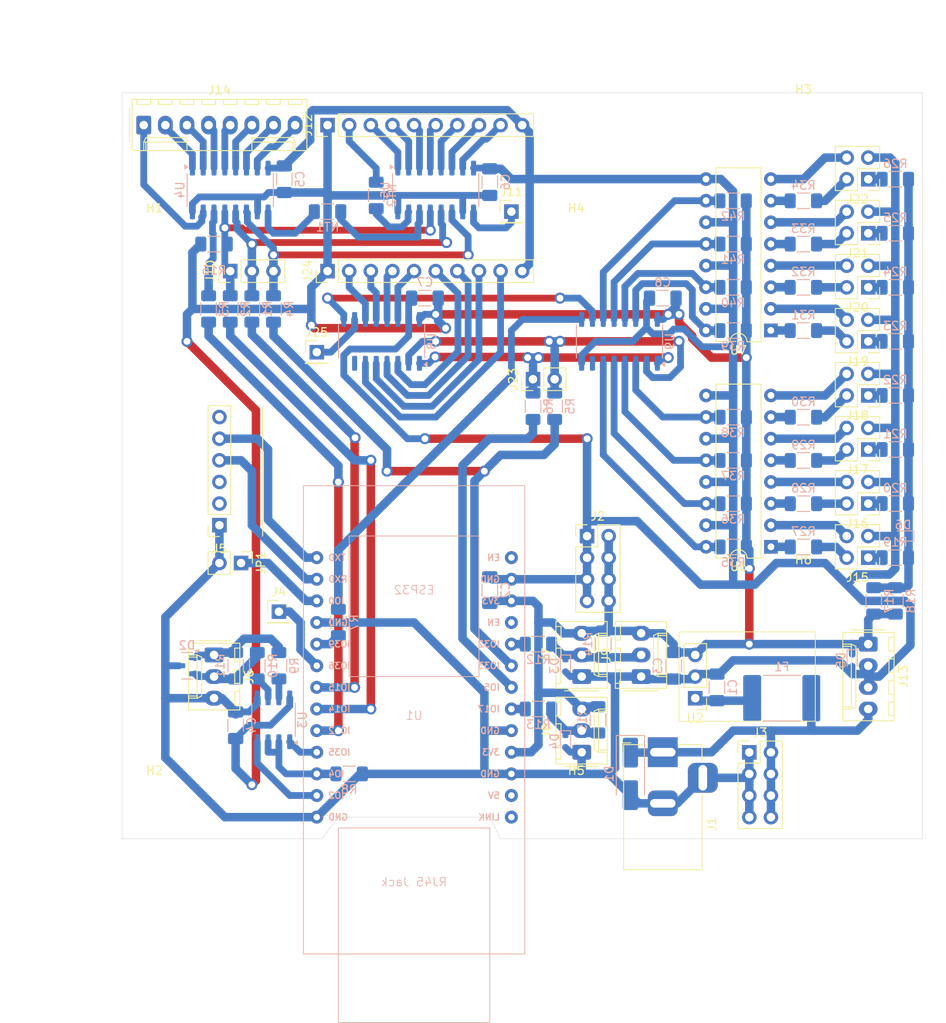
<source format=kicad_pcb>
(kicad_pcb (version 20221018) (generator pcbnew)
  (layers (0 "F.Cu" signal) (31 "B.Cu" signal) (34 "B.Paste" user) (35 "F.Paste" user) (36 "B.SilkS" user "B.Silkscreen") (37 "F.SilkS" user "F.Silkscreen") (38 "B.Mask" user) (39 "F.Mask" user) (44 "Edge.Cuts" user))
  (net 0 "")
  (net 1 "+12V")
  (net 2 "GND")
  (net 3 "+3V3")
  (net 4 "/Outputs/RCLK")
  (net 5 "/Outputs/~{OE}")
  (net 6 "/Outputs/SCLK")
  (net 7 "/Outputs/SI")
  (net 8 "/Inputs/CLK")
  (net 9 "/Inputs/~{LOAD}")
  (net 10 "/Inputs/Q7")
  (net 11 "Net-(D2-A1)")
  (net 12 "/Outputs/OUT1")
  (net 13 "/Outputs/OUT2")
  (net 14 "/Outputs/OUT3")
  (net 15 "/Outputs/OUT4")
  (net 16 "/Outputs/OUT5")
  (net 17 "/Outputs/OUT6")
  (net 18 "/Outputs/OUT7")
  (net 19 "/Outputs/OUT8")
  (net 20 "/Outputs/REL1")
  (net 21 "/Outputs/REL2")
  (net 22 "/Outputs/REL3")
  (net 23 "/Outputs/REL4")
  (net 24 "/Outputs/REL5")
  (net 25 "/Outputs/REL6")
  (net 26 "/Outputs/REL7")
  (net 27 "/Outputs/REL8")
  (net 28 "Net-(J16-Pin_1)")
  (net 29 "Net-(J16-Pin_2)")
  (net 30 "Net-(J17-Pin_1)")
  (net 31 "Net-(J17-Pin_2)")
  (net 32 "/Outputs/SI3")
  (net 33 "Net-(JP1-A)")
  (net 34 "Net-(D2-A2)")
  (net 35 "/RCLK")
  (net 36 "/SI1")
  (net 37 "/~{OE}")
  (net 38 "/INPUT_CLK")
  (net 39 "/INPUT_~{LOAD}")
  (net 40 "/INPUT_Q7")
  (net 41 "/ONEWIRE")
  (net 42 "Net-(D4-K)")
  (net 43 "Net-(D6-K)")
  (net 46 "Net-(R27-Pad2)")
  (net 47 "/Inputs/IN1")
  (net 48 "/Inputs/IN2")
  (net 49 "/Inputs/IN3")
  (net 50 "/Inputs/IN4")
  (net 51 "/Inputs/IN5")
  (net 52 "/Inputs/IN6")
  (net 53 "/Inputs/IN7")
  (net 54 "/Inputs/IN8")
  (net 59 "Net-(J5-TX)")
  (net 60 "/Outputs/SI2")
  (net 61 "Net-(J5-RX)")
  (net 64 "Net-(J18-Pin_1)")
  (net 65 "Net-(D3-K)")
  (net 66 "Net-(J18-Pin_2)")
  (net 67 "Net-(J20-Pin_2)")
  (net 68 "Net-(J20-Pin_4)")
  (net 69 "Net-(J16-Pin_4)")
  (net 70 "Net-(J17-Pin_4)")
  (net 71 "Net-(J18-Pin_4)")
  (net 72 "Net-(J19-Pin_4)")
  (net 73 "Net-(J19-Pin_2)")
  (net 74 "Net-(J19-Pin_1)")
  (net 75 "Net-(J4-Pin_1)")
  (net 76 "Net-(J15-Pin_1)")
  (net 77 "Net-(J15-Pin_2)")
  (net 78 "Net-(J15-Pin_4)")
  (net 79 "Net-(J20-Pin_1)")
  (net 80 "Net-(J21-Pin_2)")
  (net 81 "Net-(J21-Pin_4)")
  (net 82 "Net-(R28-Pad2)")
  (net 83 "Net-(J21-Pin_1)")
  (net 84 "Net-(U4-QHser)")
  (net 85 "/MODBUS_DE")
  (net 86 "Net-(U3-B)")
  (net 87 "Net-(U3-A)")
  (net 88 "Net-(R31-Pad2)")
  (net 89 "Net-(R32-Pad2)")
  (net 90 "Net-(R33-Pad2)")
  (net 91 "Net-(R34-Pad2)")
  (net 92 "/DHTxx")
  (net 93 "Net-(R29-Pad2)")
  (net 94 "Net-(R30-Pad2)")
  (net 95 "/MODBUS_DI")
  (net 96 "/MODBUS_RO")
  (net 97 "Net-(U8-Q7)")
  (net 99 "Net-(J12-Pin_2)")
  (net 100 "Net-(J22-Pin_1)")
  (net 101 "Net-(J22-Pin_2)")
  (net 102 "Net-(J22-Pin_4)")
  (net 103 "Net-(J24-Pin_2)")
  (net 104 "Net-(J24-Pin_3)")
  (net 105 "Net-(J24-Pin_4)")
  (net 106 "Net-(J24-Pin_5)")
  (net 107 "Net-(J24-Pin_6)")
  (net 108 "Net-(J24-Pin_7)")
  (net 109 "Net-(J24-Pin_8)")
  (net 110 "Net-(J24-Pin_9)")
  (net 111 "Net-(J25-Pin_1)")
  (net 112 "Net-(U2-IN)")
  (footprint "MountingHole:MountingHole_3.2mm_M3" (layer "F.Cu") (at 129.54 57.15)
    (fp_text reference "H4")
    (fp_text value "MountingHole")
  )
  (footprint "Connector_PinHeader_2.54mm:PinHeader_2x02_P2.54mm_Vertical" (layer "F.Cu") (at 163.835 93.985 180)
    (fp_text reference "J15")
    (fp_text value "Conn_02x02_Odd_Even")
  )
  (footprint "Connector_PinHeader_2.54mm:PinHeader_2x04_P2.54mm_Vertical" (layer "F.Cu") (at 130.805 91.45)
    (fp_text reference "J2")
    (fp_text value "Conn_02x04_Odd_Even")
  )
  (footprint "Connector_PinHeader_2.54mm:PinHeader_1x03_P2.54mm_Vertical" (layer "F.Cu") (at 88.9 60.325 90)
    (fp_text reference "J10")
    (fp_text value "Conn_01x03_Pin")
  )
  (footprint "Connector_PinHeader_2.54mm:PinHeader_2x02_P2.54mm_Vertical" (layer "F.Cu") (at 163.835 55.885 180)
    (fp_text reference "J21")
    (fp_text value "Conn_02x02_Odd_Even")
  )
  (footprint "Connector_PinHeader_2.54mm:PinHeader_1x10_P2.54mm_Vertical" (layer "F.Cu") (at 100.33 43.18 90)
    (fp_text reference "J12")
    (fp_text value "Conn_01x10_Pin")
  )
  (footprint "MountingHole:MountingHole_3.2mm_M3" (layer "F.Cu") (at 156.21 98.425)
    (fp_text reference "H6")
    (fp_text value "MountingHole")
  )
  (footprint "Connector_PinHeader_2.54mm:PinHeader_2x02_P2.54mm_Vertical" (layer "F.Cu") (at 163.835 74.935 180)
    (fp_text reference "J18")
    (fp_text value "Conn_02x02_Odd_Even")
  )
  (footprint "ondra:FTDI_breakout" (layer "F.Cu") (at 87.63 90.17 180)
    (fp_text reference "J5")
    (fp_text value "FTDI breakout")
  )
  (footprint "Connector_PinHeader_2.54mm:PinHeader_1x01_P2.54mm_Vertical" (layer "F.Cu") (at 94.615 100.33)
    (fp_text reference "J4")
    (fp_text value "Conn_01x01")
  )
  (footprint "Connector_PinHeader_2.54mm:PinHeader_1x01_P2.54mm_Vertical" (layer "F.Cu") (at 99.06 69.85)
    (fp_text reference "J25")
    (fp_text value "Conn_01x01")
  )
  (footprint "Connector_PinHeader_2.54mm:PinHeader_1x02_P2.54mm_Vertical" (layer "F.Cu") (at 90.17 94.615 -90)
    (fp_text reference "JP1")
    (fp_text value "Jumper_2_Open")
  )
  (footprint "Package_DIP:DIP-16_W7.62mm" (layer "F.Cu") (at 152.39 67.295 180)
    (fp_text reference "U7")
    (fp_text value "LTV-847")
  )
  (footprint "Connector_Molex:Molex_KK-254_AE-6410-08A_1x08_P2.54mm_Vertical" (layer "F.Cu") (at 78.74 43.18)
    (fp_text reference "J14")
    (fp_text value "Conn_01x08")
  )
  (footprint "MountingHole:MountingHole_3.2mm_M3" (layer "F.Cu") (at 80.01 57.15)
    (fp_text reference "H1")
    (fp_text value "MountingHole")
  )
  (footprint "MountingHole:MountingHole_3.2mm_M3" (layer "F.Cu") (at 156.21 43.18)
    (fp_text reference "H3")
    (fp_text value "MountingHole")
  )
  (footprint "Connector_PinHeader_2.54mm:PinHeader_2x02_P2.54mm_Vertical" (layer "F.Cu") (at 163.835 62.235 180)
    (fp_text reference "J20")
    (fp_text value "Conn_02x02_Odd_Even")
  )
  (footprint "MountingHole:MountingHole_3.2mm_M3" (layer "F.Cu") (at 80.01 123.19)
    (fp_text reference "H2")
    (fp_text value "MountingHole")
  )
  (footprint "ondra:N78xx-xPH" (layer "F.Cu") (at 143.51 107.95 -90)
    (fp_text reference "U2")
    (fp_text value "N7803-1PH")
  )
  (footprint "Package_DIP:DIP-16_W7.62mm" (layer "F.Cu") (at 152.4 92.71 180)
    (fp_text reference "U6")
    (fp_text value "LTV-847")
  )
  (footprint "Connector_Molex:Molex_KK-254_AE-6410-03A_1x03_P2.54mm_Vertical" (layer "F.Cu") (at 137.16 107.95 90)
    (fp_text reference "J9")
    (fp_text value "Conn_01x03")
  )
  (footprint "Connector_Molex:Molex_KK-254_AE-6410-03A_1x03_P2.54mm_Vertical" (layer "F.Cu") (at 130.175 116.84 90)
    (fp_text reference "J8")
    (fp_text value "Conn_01x03")
  )
  (footprint "Connector_PinHeader_2.54mm:PinHeader_2x04_P2.54mm_Vertical" (layer "F.Cu") (at 149.86 116.85)
    (fp_text reference "J3")
    (fp_text value "Conn_02x04_Odd_Even")
  )
  (footprint "Connector_PinHeader_2.54mm:PinHeader_2x02_P2.54mm_Vertical" (layer "F.Cu") (at 163.835 87.635 180)
    (fp_text reference "J16")
    (fp_text value "Conn_02x02_Odd_Even")
  )
  (footprint "Connector_PinHeader_2.54mm:PinHeader_1x10_P2.54mm_Vertical" (layer "F.Cu") (at 100.33 60.325 90)
    (fp_text reference "J24")
    (fp_text value "Conn_01x10_Pin")
  )
  (footprint "Connector_PinHeader_2.54mm:PinHeader_2x02_P2.54mm_Vertical" (layer "F.Cu") (at 163.835 81.285 180)
    (fp_text reference "J17")
    (fp_text value "Conn_02x02_Odd_Even")
  )
  (footprint "Connector_BarrelJack:BarrelJack_Horizontal" (layer "F.Cu") (at 139.7 116.84 90)
    (fp_text reference "J1")
    (fp_text value "PC-GK2.1")
  )
  (footprint "Connector_PinHeader_2.54mm:PinHeader_1x01_P2.54mm_Vertical" (layer "F.Cu") (at 121.92 53.34)
    (fp_text reference "J11")
    (fp_text value "Conn_01x01")
  )
  (footprint "Connector_PinHeader_2.54mm:PinHeader_2x02_P2.54mm_Vertical" (layer "F.Cu") (at 163.835 49.535 180)
    (fp_text reference "J22")
    (fp_text value "Conn_02x02_Odd_Even")
  )
  (footprint "Connector_PinHeader_2.54mm:PinHeader_1x02_P2.54mm_Vertical" (layer "F.Cu") (at 124.455 73.025 90)
    (fp_text reference "J23")
    (fp_text value "Conn_01x02_Pin")
  )
  (footprint "Connector_Molex:Molex_KK-254_AE-6410-04A_1x04_P2.54mm_Vertical" (layer "F.Cu") (at 163.83 104.14 -90)
    (fp_text reference "J13")
    (fp_text value "Conn_01x04")
  )
  (footprint "Connector_Molex:Molex_KK-254_AE-6410-03A_1x03_P2.54mm_Vertical" (layer "F.Cu") (at 130.175 107.95 90)
    (fp_text reference "J7")
    (fp_text value "Conn_01x03")
  )
  (footprint "MountingHole:MountingHole_3.2mm_M3" (layer "F.Cu") (at 129.54 123.19)
    (fp_text reference "H5")
    (fp_text value "MountingHole")
  )
  (footprint "Connector_PinHeader_2.54mm:PinHeader_2x02_P2.54mm_Vertical" (layer "F.Cu") (at 163.835 68.585 180)
    (fp_text reference "J19")
    (fp_text value "Conn_02x02_Odd_Even")
  )
  (footprint "Connector_Molex:Molex_KK-254_AE-6410-03A_1x03_P2.54mm_Vertical" (layer "F.Cu") (at 86.995 105.41 -90)
    (fp_text reference "J6")
    (fp_text value "Conn_01x03")
  )
  (footprint "Package_TO_SOT_SMD:SOT-23" (layer "B.Cu") (at 83.82 106.68 180)
    (fp_text reference "D2")
    (fp_text value "SM712_SOT23")
  )
  (footprint "Package_SO:SO-16_3.9x9.9mm_P1.27mm" (layer "B.Cu") (at 134.615 68.58 90)
    (fp_text reference "U9")
    (fp_text value "74HC165")
  )
  (footprint "WS32-ETH01:WT32-ETH01" (layer "B.Cu") (at 110.49 113.03 180)
    (fp_text reference "U1")
    (fp_text value "WT32-ETH01")
  )
  (footprint "Package_SO:SO-16_3.9x9.9mm_P1.27mm" (layer "B.Cu") (at 88.9 50.8 -90)
    (fp_text reference "U4")
    (fp_text value "74HC595D")
  )
  (footprint "Resistor_SMD:R_1206_3216Metric_Pad1.30x1.75mm_HandSolder" (layer "B.Cu") (at 101.6 101.6 90)
    (fp_text reference "R7")
    (fp_text value "1k")
  )
  (footprint "Resistor_SMD:R_1206_3216Metric_Pad1.30x1.75mm_HandSolder" (layer "B.Cu") (at 167.005 87.63 180)
    (fp_text reference "R20")
    (fp_text value "0")
  )
  (footprint "Resistor_SMD:R_1206_3216Metric_Pad1.30x1.75mm_HandSolder" (layer "B.Cu") (at 147.965 82.565)
    (fp_text reference "R37")
    (fp_text value "10k")
  )
  (footprint "Resistor_SMD:R_1206_3216Metric_Pad1.30x1.75mm_HandSolder" (layer "B.Cu") (at 156.22 77.485 180)
    (fp_text reference "R30")
    (fp_text value "1k")
  )
  (footprint "Capacitor_SMD:C_1206_3216Metric_Pad1.33x1.80mm_HandSolder" (layer "B.Cu") (at 89.535 113.665 90)
    (fp_text reference "C4")
    (fp_text value "100n")
  )
  (footprint "Resistor_SMD:R_1206_3216Metric_Pad1.30x1.75mm_HandSolder" (layer "B.Cu") (at 147.965 92.725)
    (fp_text reference "R35")
    (fp_text value "10k")
  )
  (footprint "Resistor_SMD:R_1206_3216Metric_Pad1.30x1.75mm_HandSolder" (layer "B.Cu") (at 167.005 49.53 180)
    (fp_text reference "R26")
    (fp_text value "0")
  )
  (footprint "Diode_SMD:D_SOD-523" (layer "B.Cu") (at 128.27 106.68 -90)
    (fp_text reference "D3")
    (fp_text value "ESD5Z3.3T1G")
  )
  (footprint "Resistor_SMD:R_1206_3216Metric_Pad1.30x1.75mm_HandSolder" (layer "B.Cu") (at 167.005 81.28 180)
    (fp_text reference "R21")
    (fp_text value "0")
  )
  (footprint "Resistor_SMD:R_1206_3216Metric_Pad1.30x1.75mm_HandSolder" (layer "B.Cu") (at 127 76.2 90)
    (fp_text reference "R5")
    (fp_text value "1k")
  )
  (footprint "Resistor_SMD:R_1206_3216Metric_Pad1.30x1.75mm_HandSolder" (layer "B.Cu") (at 167.005 62.23 180)
    (fp_text reference "R24")
    (fp_text value "0")
  )
  (footprint "Resistor_SMD:R_1206_3216Metric_Pad1.30x1.75mm_HandSolder" (layer "B.Cu") (at 91.44 64.77 90)
    (fp_text reference "R1")
    (fp_text value "1k")
  )
  (footprint "Resistor_SMD:R_1206_3216Metric_Pad1.30x1.75mm_HandSolder" (layer "B.Cu") (at 156.21 52.07 180)
    (fp_text reference "R34")
    (fp_text value "1k")
  )
  (footprint "Package_SO:SO-16_3.9x9.9mm_P1.27mm" (layer "B.Cu") (at 113.03 50.8 -90)
    (fp_text reference "U5")
    (fp_text value "74HC595D")
  )
  (footprint "Resistor_SMD:R_1206_3216Metric_Pad1.30x1.75mm_HandSolder" (layer "B.Cu") (at 86.36 64.77 90)
    (fp_text reference "R3")
    (fp_text value "1k")
  )
  (footprint "Resistor_SMD:R_1206_3216Metric_Pad1.30x1.75mm_HandSolder" (layer "B.Cu") (at 125.095 111.76)
    (fp_text reference "R13")
    (fp_text value "100")
  )
  (footprint "Resistor_SMD:R_1206_3216Metric_Pad1.30x1.75mm_HandSolder" (layer "B.Cu") (at 156.22 92.725 180)
    (fp_text reference "R27")
    (fp_text value "1k")
  )
  (footprint "Resistor_SMD:R_1206_3216Metric_Pad1.30x1.75mm_HandSolder" (layer "B.Cu") (at 89.535 106.68 -90)
    (fp_text reference "R11")
    (fp_text value "120 / 0.25W")
  )
  (footprint "Resistor_SMD:R_1206_3216Metric_Pad1.30x1.75mm_HandSolder" (layer "B.Cu") (at 167.005 55.88 180)
    (fp_text reference "R25")
    (fp_text value "0")
  )
  (footprint "Resistor_SMD:R_1206_3216Metric_Pad1.30x1.75mm_HandSolder" (layer "B.Cu") (at 147.955 62.23)
    (fp_text reference "R40")
    (fp_text value "10k")
  )
  (footprint "Diode_SMD:D_SOD-523" (layer "B.Cu") (at 167.92 91.44 180)
    (fp_text reference "D6")
    (fp_text value "ESD5Z3.3T1G")
  )
  (footprint "Resistor_SMD:R_1206_3216Metric_Pad1.30x1.75mm_HandSolder" (layer "B.Cu") (at 102.87 119.38)
    (fp_text reference "R8")
    (fp_text value "10k")
  )
  (footprint "Resistor_SMD:R_1206_3216Metric_Pad1.30x1.75mm_HandSolder" (layer "B.Cu") (at 132.08 113.03 -90)
    (fp_text reference "R15")
    (fp_text value "4k7")
  )
  (footprint "Resistor_SMD:R_1206_3216Metric_Pad1.30x1.75mm_HandSolder" (layer "B.Cu") (at 164.47 99.06 90)
    (fp_text reference "R17")
    (fp_text value "100")
  )
  (footprint "Resistor_SMD:R_1206_3216Metric_Pad1.30x1.75mm_HandSolder" (layer "B.Cu") (at 167.005 93.98 180)
    (fp_text reference "R19")
    (fp_text value "0")
  )
  (footprint "Resistor_SMD:R_1206_3216Metric_Pad1.30x1.75mm_HandSolder" (layer "B.Cu") (at 106.045 51.435 90)
    (fp_text reference "NT2")
    (fp_text value "NetTie_2")
  )
  (footprint "Capacitor_SMD:C_1206_3216Metric_Pad1.33x1.80mm_HandSolder" (layer "B.Cu") (at 140.97 106.68 -90)
    (fp_text reference "C3")
    (fp_text value "22u / 25V")
  )
  (footprint "Capacitor_SMD:C_1206_3216Metric_Pad1.33x1.80mm_HandSolder" (layer "B.Cu") (at 119.38 49.8725 90)
    (fp_text reference "C6")
    (fp_text value "100n")
  )
  (footprint "Resistor_SMD:R_1206_3216Metric_Pad1.30x1.75mm_HandSolder" (layer "B.Cu") (at 147.965 77.485)
    (fp_text reference "R38")
    (fp_text value "10k")
  )
  (footprint "Resistor_SMD:R_1206_3216Metric_Pad1.30x1.75mm_HandSolder" (layer "B.Cu") (at 92.075 106.68 90)
    (fp_text reference "R10")
    (fp_text value "10")
  )
  (footprint "Resistor_SMD:R_1206_3216Metric_Pad1.30x1.75mm_HandSolder" (layer "B.Cu") (at 86.995 57.15)
    (fp_text reference "R16")
    (fp_text value "10k")
  )
  (footprint "Resistor_SMD:R_1206_3216Metric_Pad1.30x1.75mm_HandSolder" (layer "B.Cu") (at 156.22 82.565 180)
    (fp_text reference "R29")
    (fp_text value "1k")
  )
  (footprint "Resistor_SMD:R_1206_3216Metric_Pad1.30x1.75mm_HandSolder" (layer "B.Cu") (at 132.715 104.14 -90)
    (fp_text reference "R14")
    (fp_text value "4k7")
  )
  (footprint "Resistor_SMD:R_1206_3216Metric_Pad1.30x1.75mm_HandSolder" (layer "B.Cu") (at 156.21 67.31 180)
    (fp_text reference "R31")
    (fp_text value "1k")
  )
  (footprint "Resistor_SMD:R_1206_3216Metric_Pad1.30x1.75mm_HandSolder" (layer "B.Cu") (at 88.9 64.77 90)
    (fp_text reference "R2")
    (fp_text value "1k")
  )
  (footprint "Resistor_SMD:R_1206_3216Metric_Pad1.30x1.75mm_HandSolder" (layer "B.Cu") (at 167.005 74.93 180)
    (fp_text reference "R22")
    (fp_text value "0")
  )
  (footprint "Package_SO:SO-8_3.9x4.9mm_P1.27mm" (layer "B.Cu") (at 93.98 113.03 90)
    (fp_text reference "U3")
    (fp_text value "THVD1400DR")
  )
  (footprint "Resistor_SMD:R_1206_3216Metric_Pad1.30x1.75mm_HandSolder" (layer "B.Cu") (at 167.005 68.58 180)
    (fp_text reference "R23")
    (fp_text value "0")
  )
  (footprint "Resistor_SMD:R_1206_3216Metric_Pad1.30x1.75mm_HandSolder" (layer "B.Cu") (at 147.955 67.31)
    (fp_text reference "R39")
    (fp_text value "10k")
  )
  (footprint "Resistor_SMD:R_1206_3216Metric_Pad1.30x1.75mm_HandSolder" (layer "B.Cu") (at 156.21 62.23 180)
    (fp_text reference "R32")
    (fp_text value "1k")
  )
  (footprint "Diode_SMD:D_SMA_Handsoldering" (layer "B.Cu") (at 135.89 119.38 -90)
    (fp_text reference "D1")
    (fp_text value "1N4007")
  )
  (footprint "Resistor_SMD:R_1206_3216Metric_Pad1.30x1.75mm_HandSolder" (layer "B.Cu") (at 147.965 87.645)
    (fp_text reference "R36")
    (fp_text value "10k")
  )
  (footprint "Capacitor_SMD:C_1206_3216Metric_Pad1.33x1.80mm_HandSolder" (layer "B.Cu") (at 95.25 49.53 90)
    (fp_text reference "C5")
    (fp_text value "100n")
  )
  (footprint "Fuse:Fuse_2920_7451Metric_Pad2.10x5.45mm_HandSolder" (layer "B.Cu") (at 153.67 110.49 180)
    (fp_text reference "F1")
    (fp_text value "0ZCF0150FF2C")
  )
  (footprint "Capacitor_SMD:C_1206_3216Metric_Pad1.33x1.80mm_HandSolder" (layer "B.Cu") (at 146.05 109.22 90)
    (fp_text reference "C1")
    (fp_text value "10u / 25V")
  )
  (footprint "Resistor_SMD:R_1206_3216Metric_Pad1.30x1.75mm_HandSolder" (layer "B.Cu") (at 94.615 106.68 90)
    (fp_text reference "R9")
    (fp_text value "10")
  )
  (footprint "Resistor_SMD:R_1206_3216Metric_Pad1.30x1.75mm_HandSolder" (layer "B.Cu") (at 147.955 57.15)
    (fp_text reference "R41")
    (fp_text value "10k")
  )
  (footprint "Resistor_SMD:R_1206_3216Metric_Pad1.30x1.75mm_HandSolder" (layer "B.Cu") (at 156.21 57.15 180)
    (fp_text reference "R33")
    (fp_text value "1k")
  )
  (footprint "Resistor_SMD:R_1206_3216Metric_Pad1.30x1.75mm_HandSolder" (layer "B.Cu") (at 125.095 104.14)
    (fp_text reference "R12")
    (fp_text value "100")
  )
  (footprint "Capacitor_SMD:C_1206_3216Metric_Pad1.33x1.80mm_HandSolder" (layer "B.Cu") (at 119.38 97.79 90)
    (fp_text reference "C2")
    (fp_text value "10u / 25V")
  )
  (footprint "Diode_SMD:D_SOD-523" (layer "B.Cu") (at 161.945 106.045 -90)
    (fp_text reference "D5")
    (fp_text value "ESD5Z3.3T1G")
  )
  (footprint "Resistor_SMD:R_1206_3216Metric_Pad1.30x1.75mm_HandSolder" (layer "B.Cu") (at 156.22 87.645 180)
    (fp_text reference "R28")
    (fp_text value "1k")
  )
  (footprint "Package_SO:SO-16_3.9x9.9mm_P1.27mm" (layer "B.Cu") (at 106.68 68.58 90)
    (fp_text reference "U8")
    (fp_text value "74HC165")
  )
  (footprint "Capacitor_SMD:C_1206_3216Metric_Pad1.33x1.80mm_HandSolder" (layer "B.Cu") (at 139.695 63.5 180)
    (fp_text reference "C8")
    (fp_text value "100n")
  )
  (footprint "Resistor_SMD:R_1206_3216Metric_Pad1.30x1.75mm_HandSolder" (layer "B.Cu") (at 124.46 76.2 90)
    (fp_text reference "R6")
    (fp_text value "1k")
  )
  (footprint "Resistor_SMD:R_1206_3216Metric_Pad1.30x1.75mm_HandSolder" (layer "B.Cu") (at 100.33 53.34)
    (fp_text reference "NT1")
    (fp_text value "NetTie_2")
  )
  (footprint "Capacitor_SMD:C_1206_3216Metric_Pad1.33x1.80mm_HandSolder" (layer "B.Cu") (at 111.76 63.5 180)
    (fp_text reference "C7")
    (fp_text value "100n")
  )
  (footprint "Resistor_SMD:R_1206_3216Metric_Pad1.30x1.75mm_HandSolder" (layer "B.Cu") (at 147.955 52.07)
    (fp_text reference "R42")
    (fp_text value "10k")
  )
  (footprint "Diode_SMD:D_SOD-523" (layer "B.Cu") (at 128.27 115.57 -90)
    (fp_text reference "D4")
    (fp_text value "ESD5Z3.3T1G")
  )
  (footprint "Resistor_SMD:R_1206_3216Metric_Pad1.30x1.75mm_HandSolder" (layer "B.Cu") (at 93.98 64.77 90)
    (fp_text reference "R4")
    (fp_text value "1k")
  )
  (footprint "Resistor_SMD:R_1206_3216Metric_Pad1.30x1.75mm_HandSolder" (layer "B.Cu") (at 167.01 99.06 90)
    (fp_text reference "R18")
    (fp_text value "100")
  )
  (gr_line (start 170.18 39.37) (end 76.2 39.37) (stroke (width 0.05)) (layer "Edge.Cuts"))
  (gr_line (start 120.65 127) (end 170.18 127) (stroke (width 0.05)) (layer "Edge.Cuts"))
  (gr_line (start 76.2 127) (end 99.695 127) (stroke (width 0.05)) (layer "Edge.Cuts"))
  (gr_line (start 76.2 39.37) (end 76.2 127) (stroke (width 0.05)) (layer "Edge.Cuts"))
  (gr_line (start 170.18 127) (end 170.18 39.37) (stroke (width 0.05)) (layer "Edge.Cuts"))
  (gr_line (start 101.6 124.46) (end 119.38 124.46) (stroke (width 0.05)) (layer "Edge.Cuts"))
  (gr_line (start 99.695 127) (end 101.6 124.46) (stroke (width 0.05)) (layer "Edge.Cuts"))
  (gr_line (start 119.38 124.46) (end 120.65 127) (stroke (width 0.05)) (layer "Edge.Cuts"))
  (segment (start 157.145 113.965) (end 157.48 114.3) (width 1) (layer "B.Cu") (net 1))
  (segment (start 157.145 110.49) (end 157.145 113.965) (width 1) (layer "B.Cu") (net 1))
  (segment (start 163.83 113.03) (end 163.83 111.76) (width 1) (layer "B.Cu") (net 1))
  (segment (start 162.56 114.3) (end 163.83 113.03) (width 1) (layer "B.Cu") (net 1))
  (segment (start 135.89 116.88) (end 139.66 116.88) (width 1) (layer "B.Cu") (net 1))
  (segment (start 139.66 116.88) (end 139.7 116.84) (width 1) (layer "B.Cu") (net 1))
  (segment (start 157.48 114.3) (end 162.56 114.3) (width 1) (layer "B.Cu") (net 1))
  (segment (start 152.4 114.3) (end 157.48 114.3) (width 1) (layer "B.Cu") (net 1))
  (segment (start 139.7 116.84) (end 145.415 116.84) (width 1) (layer "B.Cu") (net 1))
  (segment (start 152.4 124.47) (end 152.4 116.85) (width 1) (layer "B.Cu") (net 1))
  (segment (start 147.955 114.3) (end 152.4 114.3) (width 1) (layer "B.Cu") (net 1))
  (segment (start 152.4 116.85) (end 152.4 114.3) (width 1) (layer "B.Cu") (net 1))
  (segment (start 145.415 116.84) (end 147.955 114.3) (width 1) (layer "B.Cu") (net 1))
  (segment (start 111.76 80.01) (end 130.81 80.01) (width 1) (layer "F.Cu") (net 2))
  (via (at 111.76 80.01) (size 1.3) (drill 0.8) (layers "F.Cu" "B.Cu") (net 2))
  (via (at 130.81 80.01) (size 1.3) (drill 0.8) (layers "F.Cu" "B.Cu") (net 2))
  (segment (start 108.32 69.48) (end 109.855 67.945) (width 0.8) (layer "B.Cu") (net 2))
  (segment (start 163.83 107.95) (end 165.1 107.95) (width 1) (layer "B.Cu") (net 2))
  (segment (start 143.8025 107.6575) (end 143.51 107.95) (width 1) (layer "B.Cu") (net 2))
  (segment (start 102.235 72.545884) (end 109.699116 80.01) (width 0.8) (layer "B.Cu") (net 2))
  (segment (start 167.005 53.34) (end 167.005 59.69) (width 1) (layer "B.Cu") (net 2))
  (segment (start 167.005 85.09) (end 167.005 91.44) (width 1) (layer "B.Cu") (net 2))
  (segment (start 163.83 107.95) (end 163.5375 107.6575) (width 1) (layer "B.Cu") (net 2))
  (segment (start 147.965 95.885) (end 147.965 97.155) (width 1) (layer "B.Cu") (net 2))
  (segment (start 146.508274 49.515) (end 147.955 50.961726) (width 1) (layer "B.Cu") (net 2))
  (segment (start 161.295 97.155) (end 163.2 99.06) (width 1) (layer "B.Cu") (net 2))
  (segment (start 163.835 85.095) (end 167 85.095) (width 1) (layer "B.Cu") (net 2))
  (segment (start 130.81 80.01) (end 130.805 80.015) (width 1) (layer "B.Cu") (net 2))
  (segment (start 140.97 108.2425) (end 137.4525 108.2425) (width 1) (layer "B.Cu") (net 2))
  (segment (start 118.745 119.38) (end 104.14 119.38) (width 1) (layer "B.Cu") (net 2))
  (segment (start 86.995 110.49) (end 87.9225 110.49) (width 1) (layer "B.Cu") (net 2))
  (segment (start 102.95734 69.48) (end 108.32 69.48) (width 0.8) (layer "B.Cu") (net 2))
  (segment (start 167.005 95.25) (end 166.295 95.96) (width 1) (layer "B.Cu") (net 2))
  (segment (start 139.7 122.84) (end 141.4 122.84) (width 1) (layer "B.Cu") (net 2))
  (segment (start 147.965 97.155) (end 150.495 97.155) (width 1) (layer "B.Cu") (net 2))
  (segment (start 124.06 49.515) (end 124.06 44.05) (width 1) (layer "B.Cu") (net 2))
  (segment (start 131.445 107.95) (end 130.175 107.95) (width 1) (layer "B.Cu") (net 2))
  (segment (start 130.805 89.7) (end 136.525 89.7) (width 1) (layer "B.Cu") (net 2))
  (segment (start 144.78 85.09) (end 147.965 85.09) (width 1) (layer "B.Cu") (net 2))
  (segment (start 88.265 124.46) (end 81.28 117.475) (width 1) (layer "B.Cu") (net 2))
  (segment (start 93.345 48.225) (end 94.9925 48.225) (width 0.8) (layer "B.Cu") (net 2))
  (segment (start 147.94 59.675) (end 147.955 59.69) (width 1) (layer "B.Cu") (net 2))
  (segment (start 137.79 66.005) (end 137.79 66.95766) (width 0.8) (layer "B.Cu") (net 2))
  (segment (start 121.92 119.38) (end 118.745 119.38) (width 1) (layer "B.Cu") (net 2))
  (segment (start 144.77 64.755) (end 147.94 64.755) (width 1) (layer "B.Cu") (net 2))
  (segment (start 163.835 78.745) (end 167 78.745) (width 1) (layer "B.Cu") (net 2))
  (segment (start 124.06 49.515) (end 124.06 59.455) (width 1) (layer "B.Cu") (net 2))
  (segment (start 167 72.395) (end 167.005 72.39) (width 1) (layer "B.Cu") (net 2))
  (segment (start 147.955 64.77) (end 147.955 69.215) (width 1) (layer "B.Cu") (net 2))
  (segment (start 144.29061 69.215) (end 147.955 69.215) (width 0.8) (layer "B.Cu") (net 2))
  (segment (start 130.795 96.52) (end 130.805 96.53) (width 1) (layer "B.Cu") (net 2))
  (segment (start 147.955 69.215) (end 147.955 74.295) (width 1) (layer "B.Cu") (net 2))
  (segment (start 163.835 91.445) (end 167 91.445) (width 1) (layer "B.Cu") (net 2))
  (segment (start 160.3325 106.045) (end 161.945 107.6575) (width 1) (layer "B.Cu") (net 2))
  (segment (start 168.785 99.715) (end 168.13 99.06) (width 1) (layer "B.Cu") (net 2))
  (segment (start 92.075 110.455) (end 92.075 111.125) (width 0.8) (layer "B.Cu") (net 2))
  (segment (start 102.235 71.155) (end 102.235 72.545884) (width 0.8) (layer "B.Cu") (net 2))
  (segment (start 109.855 63.8425) (end 110.1975 63.5) (width 0.8) (layer "B.Cu") (net 2))
  (segment (start 121.92 96.52) (end 119.6725 96.52) (width 1) (layer "B.Cu") (net 2))
  (segment (start 147.955 59.69) (end 147.955 64.77) (width 1) (layer "B.Cu") (net 2))
  (segment (start 130.805 90.17) (end 130.805 91.45) (width 1) (layer "B.Cu") (net 2))
  (segment (start 138.51234 67.68) (end 140.45439 67.68) (width 0.8) (layer "B.Cu") (net 2))
  (segment (start 81.28 106.68) (end 81.28 100.965) (width 1) (layer "B.Cu") (net 2))
  (segment (start 141.4 122.84) (end 144.4 119.84) (width 1) (layer "B.Cu") (net 2))
  (segment (start 118.745 114.3) (end 118.745 119.38) (width 1) (layer "B.Cu") (net 2))
  (segment (start 134.09 118.68) (end 134.09 108.69) (width 1) (layer "B.Cu") (net 2))
  (segment (start 130.17 70.20234) (end 130.17 71.155) (width 0.8) (layer "B.Cu") (net 2))
  (segment (start 130.175 119.38) (end 133.39 119.38) (width 1) (layer "B.Cu") (net 2))
  (segment (start 149.41 119.84) (end 149.86 119.39) (width 1) (layer "B.Cu") (net 2))
  (segment (start 167.005 66.04) (end 167.005 72.39) (width 1) (layer "B.Cu") (net 2))
  (segment (start 163.835 59.695) (end 167 59.695) (width 1) (layer "B.Cu") (net 2))
  (segment (start 86.36 110.49) (end 87.275 110.49) (width 1) (layer "B.Cu") (net 2))
  (segment (start 136.69 89.7) (end 136.525 89.7) (width 1) (layer "B.Cu") (net 2))
  (segment (start 167 85.095) (end 167.005 85.09) (width 1) (layer "B.Cu") (net 2))
  (segment (start 137.79 63.8425) (end 138.1325 63.5) (width 0.8) (layer "B.Cu") (net 2))
  (segment (start 130.805 91.45) (end 130.805 99.07) (width 1) (layer "B.Cu") (net 2))
  (segment (start 110.49 101.6) (end 118.745 109.855) (width 1) (layer "B.Cu") (net 2))
  (segment (start 168.785 104.265) (end 168.785 99.715) (width 1) (layer "B.Cu") (net 2))
  (segment (start 147.955 50.961726) (end 147.955 54.61) (width 1) (layer "B.Cu") (net 2))
  (segment (start 163.835 53.345) (end 167 53.345) (width 1) (layer "B.Cu") (net 2))
  (segment (start 81.28 100.965) (end 87.63 94.615) (width 1) (layer "B.Cu") (net 2))
  (segment (start 163.835 46.995) (end 166.375 46.995) (width 1) (layer "B.Cu") (net 2))
  (segment (start 147.965 97.155) (end 144.145 97.155) (width 1) (layer "B.Cu") (net 2))
  (segment (start 87.63 90.17) (end 87.63 94.615) (width 1) (layer "B.Cu") (net 2))
  (segment (start 133.39 119.38) (end 135.89 121.88) (width 1) (layer "B.Cu") (net 2))
  (segment (start 131.79234 68.58) (end 130.17 70.20234) (width 0.8) (layer "B.Cu") (net 2))
  (segment (start 167.005 72.39) (end 167.005 78.74) (width 1) (layer "B.Cu") (net 2))
  (segment (start 162.49 95.96) (end 161.295 97.155) (width 1) (layer "B.Cu") (net 2))
  (segment (start 165.1 107.95) (end 168.785 104.265) (width 1) (layer "B.Cu") (net 2))
  (segment (start 119.295 48.225) (end 119.38 48.31) (width 0.8) (layer "B.Cu") (net 2))
  (segment (start 99.06 101.6) (end 110.49 101.6) (width 1) (layer "B.Cu") (net 2))
  (segment (start 144.4 119.84) (end 149.41 119.84) (width 1) (layer "B.Cu") (net 2))
  (segment (start 119.38 48.31) (end 120.7 48.31) (width 1) (layer "B.Cu") (net 2))
  (segment (start 134.09 108.69) (end 133.35 107.95) (width 1) (layer "B.Cu") (net 2))
  (segment (start 109.699116 80.01) (end 111.76 80.01) (width 0.8) (layer "B.Cu") (net 2))
  (segment (start 147.965 74.93) (end 147.965 80.01) (width 1) (layer "B.Cu") (net 2))
  (segment (start 147.965 85.09) (end 147.965 90.17) (width 1) (layer "B.Cu") (net 2))
  (segment (start 142.20561 67.13) (end 144.29061 69.215) (width 0.8) (layer "B.Cu") (net 2))
  (segment (start 137.79 66.95766) (end 136.16766 68.58) (width 0.8) (layer "B.Cu") (net 2))
  (segment (start 163.2 99.06) (end 168.13 99.06) (width 1) (layer "B.Cu") (net 2))
  (segment (start 147.965 90.17) (end 147.965 95.885) (width 1) (layer "B.Cu") (net 2))
  (segment (start 141.00439 67.13) (end 142.20561 67.13) (width 0.8) (layer "B.Cu") (net 2))
  (segment (start 158.755 94.615) (end 161.295 97.155) (width 1) (layer "B.Cu") (net 2))
  (segment (start 144.78 90.17) (end 147.965 90.17) (width 1) (layer "B.Cu") (net 2))
  (segment (start 149.86 116.85) (end 149.86 124.47) (width 1) (layer "B.Cu") (net 2))
  (segment (start 167.005 91.44) (end 167.005 95.25) (width 1) (layer "B.Cu") (net 2))
  (segment (start 130.4675 108.2425) (end 130.175 107.95) (width 1) (layer "B.Cu") (net 2))
  (segment (start 128.84 116.84) (end 128.27 116.27) (width 0.8) (layer "B.Cu") (net 2))
  (segment (start 163.5375 107.6575) (end 161.945 107.6575) (width 1) (layer "B.Cu") (net 2))
  (segment (start 133.35 107.95) (end 131.445 107.95) (width 1) (layer "B.Cu") (net 2))
  (segment (start 166.295 95.96) (end 162.49 95.96) (width 1) (layer "B.Cu") (net 2))
  (segment (start 136.16766 68.58) (end 131.79234 68.58) (width 0.8) (layer "B.Cu") (net 2))
  (segment (start 167 78.745) (end 167.005 78.74) (width 1) (layer "B.Cu") (net 2))
  (segment (start 163.83 107.95) (end 163.83 109.22) (width 1) (layer "B.Cu") (net 2))
  (segment (start 99.06 124.46) (end 88.265 124.46) (width 1) (layer "B.Cu") (net 2))
  (segment (start 92.075 111.125) (end 91.0975 112.1025) (width 0.8) (layer "B.Cu") (net 2))
  (segment (start 144.77 59.675) (end 147.94 59.675) (width 1) (layer "B.Cu") (net 2))
  (segment (start 146.3425 107.6575) (end 147.955 106.045) (width 1) (layer "B.Cu") (net 2))
  (segment (start 147.965 80.01) (end 147.965 85.09) (width 1) (layer "B.Cu") (net 2))
  (segment (start 121.905 49.515) (end 124.06 49.515) (width 1) (layer "B.Cu") (net 2))
  (segment (start 81.28 110.49) (end 81.28 106.68) (width 1) (layer "B.Cu") (net 2))
  (segment (start 167.005 47.625) (end 167.005 53.34) (width 1) (layer "B.Cu") (net 2))
  (segment (start 128.84 107.95) (end 128.27 107.38) (width 0.8) (layer "B.Cu") (net 2))
  (segment (start 147.94 54.595) (end 147.955 54.61) (width 1) (layer "B.Cu") (net 2))
  (segment (start 130.175 116.84) (end 130.175 119.38) (width 1) (layer "B.Cu") (net 2))
  (segment (start 153.035 94.615) (end 158.755 94.615) (width 1) (layer "B.Cu") (net 2))
  (segment (start 109.855 67.945) (end 109.855 66.005) (width 0.8) (layer "B.Cu") (net 2))
  (segment (start 147.955 74.295) (end 147.965 74.305) (width 1) (layer "B.Cu") (net 2))
  (segment (start 89.535 112.1025) (end 89.535 112.395) (width 1) (layer "B.Cu") (net 2))
  (segment (start 166.375 46.995) (end 167.005 47.625) (width 1) (layer "B.Cu") (net 2))
  (segment (start 143.2175 108.2425) (end 143.51 107.95) (width 1) (layer "B.Cu") (net 2))
  (segment (start 138.51234 67.68) (end 137.79 66.95766) (width 0.8) (layer "B.Cu") (net 2))
  (segment (start 136.85 122.84) (end 135.89 121.88) (width 1) (layer "B.Cu") (net 2))
  (segment (start 117.475 48.225) (end 119.295 48.225) (width 0.8) (layer "B.Cu") (net 2))
  (segment (start 140.45439 67.68) (end 141.00439 67.13) (width 0.8) (layer "B.Cu") (net 2))
  (segment (start 121.92 114.3) (end 118.745 114.3) (width 1) (layer "B.Cu") (net 2))
  (segment (start 146.05 107.6575) (end 146.3425 107.6575) (width 1) (layer "B.Cu") (net 2))
  (segment (start 163.83 106.68) (end 163.83 107.95) (width 1) (layer "B.Cu") (net 2))
  (segment (start 121.92 119.38) (end 130.175 119.38) (width 1) (layer "B.Cu") (net 2))
  (segment (start 86.995 110.49) (end 81.28 110.49) (width 1) (layer "B.Cu") (net 2))
  (segment (start 102.235 70.20234) (end 102.95734 69.48) (width 0.8) (layer "B.Cu") (net 2))
  (segment (start 144.78 74.93) (end 147.965 74.93) (width 1) (layer "B.Cu") (net 2))
  (segment (start 144.77 54.595) (end 147.94 54.595) (width 1) (layer "B.Cu") (net 2))
  (segment (start 130.175 107.95) (end 128.84 107.95) (width 0.8) (layer "B.Cu") (net 2))
  (segment (start 91.0975 112.1025) (end 89.535 112.1025) (width 0.8) (layer "B.Cu") (net 2))
  (segment (start 94.9925 48.225) (end 95.25 47.9675) (width 0.8) (layer "B.Cu") (net 2))
  (segment (start 133.39 119.38) (end 134.09 118.68) (width 1) (layer "B.Cu") (net 2))
  (segment (start 109.855 66.005) (end 109.855 63.8425) (width 0.8) (layer "B.Cu") (net 2))
  (segment (start 144.78 80.01) (end 147.965 80.01) (width 1) (layer "B.Cu") (net 2))
  (segment (start 167 66.045) (end 167.005 66.04) (width 1) (layer "B.Cu") (net 2))
  (segment (start 167.005 59.69) (end 167.005 66.04) (width 1) (layer "B.Cu") (net 2))
  (segment (start 146.05 107.6575) (end 143.8025 107.6575) (width 1) (layer "B.Cu") (net 2))
  (segment (start 102.235 71.155) (end 102.235 70.20234) (width 0.8) (layer "B.Cu") (net 2))
  (segment (start 167 59.695) (end 167.005 59.69) (width 1) (layer "B.Cu") (net 2))
  (segment (start 87.9225 110.49) (end 89.535 112.1025) (width 1) (layer "B.Cu") (net 2))
  (segment (start 161.945 106.745) (end 161.945 107.6575) (width 0.8) (layer "B.Cu") (net 2))
  (segment (start 144.77 49.515) (end 146.508274 49.515) (width 1) (layer "B.Cu") (net 2))
  (segment (start 118.745 109.855) (end 118.745 114.3) (width 1) (layer "B.Cu") (net 2))
  (segment (start 167.005 78.74) (end 167.005 85.09) (width 1) (layer "B.Cu") (net 2))
  (segment (start 82.8825 106.68) (end 81.28 106.68) (width 0.8) (layer "B.Cu") (net 2))
  (segment (start 95.25 47.9675) (end 98.29 44.9275) (width 1) (layer "B.Cu") (net 2))
  (segment (start 137.79 66.005) (end 137.79 63.8425) (width 0.8) (layer "B.Cu") (net 2))
  (segment (start 167 91.445) (end 167.005 91.44) (width 1) (layer "B.Cu") (net 2))
  (segment (start 144.145 97.155) (end 136.69 89.7) (width 1) (layer "B.Cu") (net 2))
  (segment (start 137.4525 108.2425) (end 137.16 107.95) (width 1) (layer "B.Cu") (net 2))
  (segment (start 124.06 44.05) (end 123.19 43.18) (width 1) (layer "B.Cu") (net 2))
  (segment (start 147.955 106.045) (end 160.3325 106.045) (width 1) (layer "B.Cu") (net 2))
  (segment (start 130.805 80.015) (end 130.805 90.17) (width 1) (layer "B.Cu") (net 2))
  (segment (start 124.06 59.455) (end 123.19 60.325) (width 1) (layer "B.Cu") (net 2))
  (segment (start 98.29 41.72) (end 98.58 41.43) (width 1) (layer "B.Cu") (net 2))
  (segment (start 121.44 41.43) (end 123.19 43.18) (width 1) (layer "B.Cu") (net 2))
  (segment (start 163.835 72.395) (end 167 72.395) (width 1) (layer "B.Cu") (net 2))
  (segment (start 144.77 49.515) (end 124.06 49.515) (width 1) (layer "B.Cu") (net 2))
  (segment (start 140.97 108.2425) (end 143.2175 108.2425) (width 1) (layer "B.Cu") (net 2))
  (segment (start 137.16 107.95) (end 133.35 107.95) (width 1) (layer "B.Cu") (net 2))
  (segment (start 99.06 124.46) (end 104.14 119.38) (width 1) (layer "B.Cu") (net 2))
  (segment (start 147.965 74.305) (end 147.965 74.93) (width 1) (layer "B.Cu") (net 2))
  (segment (start 147.94 64.755) (end 147.955 64.77) (width 1) (layer "B.Cu") (net 2))
  (segment (start 130.175 116.84) (end 128.84 116.84) (width 0.8) (layer "B.Cu") (net 2))
  (segment (start 147.955 54.61) (end 147.955 59.69) (width 1) (layer "B.Cu") (net 2))
  (segment (start 120.7 48.31) (end 121.905 49.515) (width 1) (layer "B.Cu") (net 2))
  (segment (start 98.58 41.43) (end 121.44 41.43) (width 1) (layer "B.Cu") (net 2))
  (segment (start 150.495 97.155) (end 153.035 94.615) (width 1) (layer "B.Cu") (net 2))
  (segment (start 121.92 96.52) (end 130.795 96.52) (width 1) (layer "B.Cu") (net 2))
  (segment (start 139.7 122.84) (end 136.85 122.84) (width 1) (layer "B.Cu") (net 2))
  (segment (start 167 53.345) (end 167.005 53.34) (width 1) (layer "B.Cu") (net 2))
  (segment (start 163.835 66.045) (end 167 66.045) (width 1) (layer "B.Cu") (net 2))
  (segment (start 81.28 117.475) (end 81.28 110.49) (width 1) (layer "B.Cu") (net 2))
  (segment (start 98.29 44.9275) (end 98.29 41.72) (width 1) (layer "B.Cu") (net 2))
  (segment (start 119.6725 96.52) (end 119.38 96.2275) (width 1) (layer "B.Cu") (net 2))
  (segment (start 145.415 70.485) (end 149.505 70.485) (width 1) (layer "F.Cu") (net 3))
  (segment (start 113.03 65.405) (end 140.335 65.405) (width 1) (layer "F.Cu") (net 3))
  (segment (start 91.44 120.65) (end 91.92 120.17) (width 1) (layer "F.Cu") (net 3))
  (segment (start 91.92 120.17) (end 91.92 76.68) (width 1) (layer "F.Cu") (net 3))
  (segment (start 98.78 67.03) (end 98.425 66.675) (width 1) (layer "F.Cu") (net 3))
  (segment (start 141.605 66.387968) (end 141.605 65.405) (width 1) (layer "F.Cu") (net 3))
  (segment (start 145.415 70.485) (end 143.155 68.225) (width 1) (layer "F.Cu") (net 3))
  (segment (start 143.155 68.225) (end 143.155 67.937968) (width 1) (layer "F.Cu") (net 3))
  (segment (start 143.155 67.937968) (end 141.605 66.387968) (width 1) (layer "F.Cu") (net 3))
  (segment (start 91.92 76.68) (end 83.82 68.58) (width 1) (layer "F.Cu") (net 3))
  (segment (start 114.19 67.03) (end 98.78 67.03) (width 1) (layer "F.Cu") (net 3))
  (segment (start 149.86 104.14) (end 149.86 95.25) (width 1) (layer "F.Cu") (net 3))
  (via (at 141.605 65.405) (size 1.3) (drill 0.8) (layers "F.Cu" "B.Cu") (net 3))
  (via (at 113.03 65.405) (size 1.3) (drill 0.8) (layers "F.Cu" "B.Cu") (net 3))
  (via (at 149.86 104.14) (size 1.3) (drill 0.8) (layers "F.Cu" "B.Cu") (net 3))
  (via (at 98.425 66.675) (size 1.3) (drill 0.8) (layers "F.Cu" "B.Cu") (net 3))
  (via (at 91.44 120.65) (size 1.3) (drill 0.8) (layers "F.Cu" "B.Cu") (net 3))
  (via (at 140.335 65.405) (size 1.3) (drill 0.8) (layers "F.Cu" "B.Cu") (net 3))
  (via (at 114.19 67.03) (size 1.3) (drill 0.8) (layers "F.Cu" "B.Cu") (net 3))
  (via (at 149.505 70.485) (size 1.3) (drill 0.8) (layers "F.Cu" "B.Cu") (net 3))
  (via (at 83.82 68.58) (size 1.3) (drill 0.8) (layers "F.Cu" "B.Cu") (net 3))
  (via (at 149.86 95.25) (size 1.3) (drill 0.8) (layers "F.Cu" "B.Cu") (net 3))
  (segment (start 136.88 102.59) (end 137.16 102.87) (width 1) (layer "B.Cu") (net 3))
  (segment (start 132.715 102.59) (end 136.88 102.59) (width 1) (layer "B.Cu") (net 3))
  (segment (start 139.7 102.87) (end 140.97 104.14) (width 1) (layer "B.Cu") (net 3))
  (segment (start 83.82 65.405) (end 84.455 64.77) (width 1) (layer "B.Cu") (net 3))
  (segment (start 140.97 105.1175) (end 143.2175 105.1175) (width 1) (layer "B.Cu") (net 3))
  (segment (start 130.455 102.59) (end 130.175 102.87) (width 1) (layer "B.Cu") (net 3))
  (segment (start 113.3225 66.1625) (end 114.19 67.03) (width 1) (layer "B.Cu") (net 3))
  (segment (start 124.46 99.06) (end 121.92 99.06) (width 1) (layer "B.Cu") (net 3))
  (segment (start 128.27 109.855) (end 125.095 109.855) (width 1) (layer "B.Cu") (net 3))
  (segment (start 126.763274 101.6) (end 125.095 101.6) (width 1) (layer "B.Cu") (net 3))
  (segment (start 113.03 65.405) (end 113.3225 65.405) (width 1) (layer "B.Cu") (net 3))
  (segment (start 117.19234 51.435) (end 108.585 51.435) (width 0.8) (layer "B.Cu") (net 3))
  (segment (start 141.2575 63.5) (end 141.2575 64.4825) (width 1) (layer "B.Cu") (net 3))
  (segment (start 85.26617 51.61117) (end 92.88617 51.61117) (width 0.8) (layer "B.Cu") (net 3))
  (segment (start 140.97 104.14) (end 140.97 105.1175) (width 1) (layer "B.Cu") (net 3))
  (segment (start 98.425 64.77) (end 98.425 62.23) (width 1) (layer "B.Cu") (net 3))
  (segment (start 133.345 101.96) (end 132.715 102.59) (width 1) (layer "B.Cu") (net 3))
  (segment (start 125.095 109.855) (end 125.095 101.6) (width 1) (layer "B.Cu") (net 3))
  (segment (start 164.47 100.61) (end 167.01 100.61) (width 1) (layer "B.Cu") (net 3))
  (segment (start 141.605 65.405) (end 140.335 65.405) (width 1) (layer "B.Cu") (net 3))
  (segment (start 163.83 104.14) (end 161.945 104.14) (width 1) (layer "B.Cu") (net 3))
  (segment (start 149.86 95.25) (end 149.86 93.07) (width 1) (layer "B.Cu") (net 3))
  (segment (start 108.585 53.375) (end 108.585 51.435) (width 0.8) (layer "B.Cu") (net 3))
  (segment (start 98.425 66.675) (end 98.425 64.77) (width 1) (layer "B.Cu") (net 3))
  (segment (start 91.0975 113.665) (end 89.535 115.2275) (width 0.8) (layer "B.Cu") (net 3))
  (segment (start 119.38 51.435) (end 117.19234 51.435) (width 0.8) (layer "B.Cu") (net 3))
  (segment (start 133.345 99.07) (end 133.345 101.96) (width 1) (layer "B.Cu") (net 3))
  (segment (start 84.455 58.14) (end 84.455 64.77) (width 1) (layer "B.Cu") (net 3))
  (segment (start 163.83 101.25) (end 164.47 100.61) (width 1) (layer "B.Cu") (net 3))
  (segment (start 93.62766 113.665) (end 91.0975 113.665) (width 0.8) (layer "B.Cu") (net 3))
  (segment (start 128.033274 102.87) (end 126.763274 101.6) (width 1) (layer "B.Cu") (net 3))
  (segment (start 141.2575 64.4825) (end 140.335 65.405) (width 1) (layer "B.Cu") (net 3))
  (segment (start 149.505 82.133274) (end 149.515 82.143274) (width 1) (layer "B.Cu") (net 3))
  (segment (start 130.455 111.48) (end 130.175 111.76) (width 1) (layer "B.Cu") (net 3))
  (segment (start 119.6725 99.06) (end 119.38 99.3525) (width 1) (layer "B.Cu") (net 3))
  (segment (start 95.885 111.40766) (end 93.62766 113.665) (width 0.8) (layer "B.Cu") (net 3))
  (segment (start 95.885 110.455) (end 95.885 111.40766) (width 0.8) (layer "B.Cu") (net 3))
  (segment (start 113.3225 63.5) (end 113.3225 65.405) (width 1) (layer "B.Cu") (net 3))
  (segment (start 98.425 62.23) (end 100.33 60.325) (width 1) (layer "B.Cu") (net 3))
  (segment (start 143.2175 105.1175) (end 143.51 105.41) (width 1) (layer "B.Cu") (net 3))
  (segment (start 92.115 51.61117) (end 92.115 53.375) (width 0.8) (layer "B.Cu") (net 3))
  (segment (start 84.455 64.77) (end 98.425 64.77) (width 1) (layer "B.Cu") (net 3))
  (segment (start 125.095 99.695) (end 124.46 99.06) (width 1) (layer "B.Cu") (net 3))
  (segment (start 125.095 101.6) (end 125.095 99.695) (width 1) (layer "B.Cu") (net 3))
  (segment (start 137.16 102.87) (end 139.7 102.87) (width 1) (layer "B.Cu") (net 3))
  (segment (start 149.86 104.14) (end 144.78 104.14) (width 1) (layer "B.Cu") (net 3))
  (segment (start 132.715 102.59) (end 131.445 102.59) (width 1) (layer "B.Cu") (net 3))
  (segment (start 107.315 51.435) (end 100.33 51.435) (width 1) (layer "B.Cu") (net 3))
  (segment (start 149.505 70.485) (end 149.505 82.133274) (width 1) (layer "B.Cu") (net 3))
  (segment (start 161.945 105.345) (end 161.945 104.14) (width 0.8) (layer "B.Cu") (net 3))
  (segment (start 93.40484 51.0925) (end 92.88617 51.61117) (width 0.8) (layer "B.Cu") (net 3))
  (segment (start 85.445 57.15) (end 84.455 58.14) (width 1) (layer "B.Cu") (net 3))
  (segment (start 113.3225 65.405) (end 113.3225 66.1625) (width 1) (layer "B.Cu") (net 3))
  (segment (start 149.515 82.143274) (end 149.515 92.725) (width 1) (layer "B.Cu") (net 3))
  (segment (start 100.33 60.325) (end 100.33 51.435) (width 1) (layer "B.Cu") (net 3))
  (segment (start 163.83 104.14) (end 163.83 101.25) (width 1) (layer "B.Cu") (net 3))
  (segment (start 83.82 68.58) (end 83.82 65.405) (width 1) (layer "B.Cu") (net 3))
  (segment (start 144.78 104.14) (end 143.51 105.41) (width 1) (layer "B.Cu") (net 3))
  (segment (start 149.86 93.07) (end 149.515 92.725) (width 1) (layer "B.Cu") (net 3))
  (segment (start 124.223274 116.84) (end 125.095 115.968274) (width 1) (layer "B.Cu") (net 3))
  (segment (start 125.095 115.968274) (end 125.095 109.855) (width 1) (layer "B.Cu") (net 3))
  (segment (start 111.725 65.405) (end 111.125 66.005) (width 0.8) (layer "B.Cu") (net 3))
  (segment (start 111.125 66.005) (end 111.125 65.6975) (width 0.8) (layer "B.Cu") (net 3))
  (segment (start 139.06 66.005) (end 139.735 66.005) (width 0.8) (layer "B.Cu") (net 3))
  (segment (start 89.535 118.745) (end 91.44 120.65) (width 1) (layer "B.Cu") (net 3))
  (segment (start 139.735 66.005) (end 140.335 65.405) (width 0.8) (layer "B.Cu") (net 3))
  (segment (start 116.205 51.435) (end 116.205 53.375) (width 0.8) (layer "B.Cu") (net 3))
  (segment (start 95.25 51.0925) (end 93.40484 51.0925) (width 0.8) (layer "B.Cu") (net 3))
  (segment (start 132.08 111.48) (end 130.455 111.48) (width 1) (layer "B.Cu") (net 3))
  (segment (start 149.505 52.07) (end 149.505 70.485) (width 1) (layer "B.Cu") (net 3))
  (segment (start 84.455 52.42234) (end 85.26617 51.61117) (width 0.8) (layer "B.Cu") (net 3))
  (segment (start 100.33 51.435) (end 100.33 43.18) (width 1) (layer "B.Cu") (net 3))
  (segment (start 113.03 65.405) (end 111.725 65.405) (width 0.8) (layer "B.Cu") (net 3))
  (segment (start 84.455 53.375) (end 84.455 52.42234) (width 0.8) (layer "B.Cu") (net 3))
  (segment (start 108.585 51.435) (end 107.315 51.435) (width 0.8) (layer "B.Cu") (net 3))
  (segment (start 89.535 115.2275) (end 89.535 118.745) (width 1) (layer "B.Cu") (net 3))
  (segment (start 131.44 102.585) (end 131.445 102.59) (width 1) (layer "B.Cu") (net 3))
  (segment (start 121.92 116.84) (end 124.223274 116.84) (width 1) (layer "B.Cu") (net 3))
  (segment (start 130.175 111.76) (end 128.27 109.855) (width 1) (layer "B.Cu") (net 3))
  (segment (start 149.86 104.14) (end 161.945 104.14) (width 1) (layer "B.Cu") (net 3))
  (segment (start 133.345 99.07) (end 133.345 91.45) (width 1) (layer "B.Cu") (net 3))
  (segment (start 128.033274 102.87) (end 130.175 102.87) (width 1) (layer "B.Cu") (net 3))
  (segment (start 100.33 51.435) (end 99.9875 51.0925) (width 1) (layer "B.Cu") (net 3))
  (segment (start 99.9875 51.0925) (end 95.25 51.0925) (width 1) (layer "B.Cu") (net 3))
  (segment (start 131.445 102.59) (end 130.455 102.59) (width 1) (layer "B.Cu") (net 3))
  (segment (start 121.92 99.06) (end 119.6725 99.06) (width 1) (layer "B.Cu") (net 3))
  (segment (start 91.62 56.97) (end 91.44 57.15) (width 0.8) (layer "F.Cu") (net 4))
  (segment (start 114.3 56.97) (end 91.62 56.97) (width 0.8) (layer "F.Cu") (net 4))
  (via (at 91.44 57.15) (size 1.3) (drill 0.8) (layers "F.Cu" "B.Cu") (net 4))
  (via (at 114.3 56.97) (size 1.3) (drill 0.8) (layers "F.Cu" "B.Cu") (net 4))
  (segment (start 91.44 63.22) (end 91.44 60.97) (width 1) (layer "B.Cu") (net 4))
  (segment (start 113.665 53.375) (end 113.665 54.73939) (width 0.8) (layer "B.Cu") (net 4))
  (segment (start 113.665 54.73939) (end 113.845 54.91939) (width 0.8) (layer "B.Cu") (net 4))
  (segment (start 89.715 54.64439) (end 89.715 55.425) (width 0.8) (layer "B.Cu") (net 4))
  (segment (start 113.845 54.91939) (end 113.845 56.515) (width 0.8) (layer "B.Cu") (net 4))
  (segment (start 89.715 55.425) (end 91.44 57.15) (width 0.8) (layer "B.Cu") (net 4))
  (segment (start 113.845 56.515) (end 114.3 56.97) (width 0.8) (layer "B.Cu") (net 4))
  (segment (start 89.535 54.46439) (end 89.715 54.64439) (width 0.8) (layer "B.Cu") (net 4))
  (segment (start 89.535 53.375) (end 89.535 54.46439) (width 0.8) (layer "B.Cu") (net 4))
  (segment (start 91.44 60.97) (end 91.45 60.96) (width 1) (layer "B.Cu") (net 4))
  (segment (start 91.44 57.15) (end 91.44 60.325) (width 1) (layer "B.Cu") (net 4))
  (segment (start 90.53 55.52) (end 90.255 55.245) (width 0.8) (layer "F.Cu") (net 5))
  (segment (start 90.255 55.245) (end 88.265 55.245) (width 0.8) (layer "F.Cu") (net 5))
  (segment (start 112.395 55.52) (end 90.53 55.52) (width 0.8) (layer "F.Cu") (net 5))
  (via (at 112.395 55.52) (size 1.3) (drill 0.8) (layers "F.Cu" "B.Cu") (net 5))
  (via (at 88.265 55.245) (size 1.3) (drill 0.8) (layers "F.Cu" "B.Cu") (net 5))
  (segment (start 88.9 63.22) (end 88.9 60.325) (width 1) (layer "B.Cu") (net 5))
  (segment (start 88.265 55.245) (end 88.265 59.69) (width 0.8) (layer "B.Cu") (net 5))
  (segment (start 112.395 54.864979) (end 112.395 53.375) (width 0.8) (layer "B.Cu") (net 5))
  (segment (start 88.265 55.245) (end 88.265 53.375) (width 0.8) (layer "B.Cu") (net 5))
  (segment (start 88.265 59.69) (end 88.9 60.325) (width 0.8) (layer "B.Cu") (net 5))
  (segment (start 112.395 55.52) (end 112.395 54.864979) (width 0.8) (layer "B.Cu") (net 5))
  (segment (start 93.98 58.42) (end 116.84 58.42) (width 0.8) (layer "F.Cu") (net 6))
  (via (at 116.84 58.42) (size 1.3) (drill 0.8) (layers "F.Cu" "B.Cu") (net 6))
  (via (at 93.98 58.42) (size 1.3) (drill 0.8) (layers "F.Cu" "B.Cu") (net 6))
  (segment (start 90.915 54.57439) (end 93.98 57.63939) (width 0.8) (layer "B.Cu") (net 6))
  (segment (start 93.98 63.22) (end 93.98 60.325) (width 1) (layer "B.Cu") (net 6))
  (segment (start 90.915 53.485) (end 90.915 54.57439) (width 0.8) (layer "B.Cu") (net 6))
  (segment (start 116.84 56.23266) (end 116.84 58.42) (width 0.8) (layer "B.Cu") (net 6))
  (segment (start 114.935 54.32766) (end 116.84 56.23266) (width 0.8) (layer "B.Cu") (net 6))
  (segment (start 93.98 57.63939) (end 93.98 58.42) (width 0.8) (layer "B.Cu") (net 6))
  (segment (start 93.98 58.42) (end 93.98 60.325) (width 1) (layer "B.Cu") (net 6))
  (segment (start 90.805 53.375) (end 90.915 53.485) (width 0.8) (layer "B.Cu") (net 6))
  (segment (start 114.935 53.375) (end 114.935 54.32766) (width 0.8) (layer "B.Cu") (net 6))
  (segment (start 86.36 59.41) (end 86.36 60.95) (width 0.8) (layer "B.Cu") (net 7))
  (segment (start 86.995 54.46439) (end 86.995 53.375) (width 0.8) (layer "B.Cu") (net 7))
  (segment (start 86.895 58.875) (end 86.36 59.41) (width 0.8) (layer "B.Cu") (net 7))
  (segment (start 86.36 60.97) (end 86.37 60.96) (width 1) (layer "B.Cu") (net 7))
  (segment (start 86.815 54.64439) (end 86.995 54.46439) (width 0.8) (layer "B.Cu") (net 7))
  (segment (start 86.36 63.22) (end 86.36 60.97) (width 1) (layer "B.Cu") (net 7))
  (segment (start 86.895 55.92561) (end 86.815 55.84561) (width 0.8) (layer "B.Cu") (net 7))
  (segment (start 86.895 55.92561) (end 86.895 58.875) (width 0.8) (layer "B.Cu") (net 7))
  (segment (start 86.815 55.84561) (end 86.815 54.64439) (width 0.8) (layer "B.Cu") (net 7))
  (segment (start 86.36 60.95) (end 86.37 60.96) (width 0.8) (layer "B.Cu") (net 7))
  (segment (start 113.03 68.58) (end 126.365 68.58) (width 1) (layer "F.Cu") (net 8))
  (segment (start 127.635 68.58) (end 141.605 68.58) (width 1) (layer "F.Cu") (net 8))
  (via (at 126.365 68.58) (size 1.3) (drill 0.8) (layers "F.Cu" "B.Cu") (net 8))
  (via (at 127.635 68.58) (size 1.3) (drill 0.8) (layers "F.Cu" "B.Cu") (net 8))
  (via (at 141.605 68.58) (size 1.3) (drill 0.8) (layers "F.Cu" "B.Cu") (net 8))
  (via (at 113.03 68.58) (size 1.3) (drill 0.8) (layers "F.Cu" "B.Cu") (net 8))
  (segment (start 138.51234 72.83) (end 137.79 72.10766) (width 0.8) (layer "B.Cu") (net 8))
  (segment (start 109.855 70.20234) (end 111.47734 68.58) (width 0.8) (layer "B.Cu") (net 8))
  (segment (start 141.785 68.76) (end 141.605 68.58) (width 0.8) (layer "B.Cu") (net 8))
  (segment (start 126.995 73.025) (end 126.995 74.645) (width 1) (layer "B.Cu") (net 8))
  (segment (start 126.995 74.645) (end 127 74.65) (width 1) (layer "B.Cu") (net 8))
  (segment (start 111.47734 68.58) (end 113.03 68.58) (width 0.8) (layer "B.Cu") (net 8))
  (segment (start 127 68.58) (end 127.635 68.58) (width 1) (layer "B.Cu") (net 8))
  (segment (start 140.53 72.83) (end 141.785 71.575) (width 0.8) (layer "B.Cu") (net 8))
  (segment (start 137.79 72.10766) (end 137.79 71.155) (width 0.8) (layer "B.Cu") (net 8))
  (segment (start 141.785 71.575) (end 141.785 68.76) (width 0.8) (layer "B.Cu") (net 8))
  (segment (start 140.53 72.83) (end 138.51234 72.83) (width 0.8) (layer "B.Cu") (net 8))
  (segment (start 126.365 68.58) (end 127 68.58) (width 1) (layer "B.Cu") (net 8))
  (segment (start 127 72.745) (end 127 68.58) (width 1) (layer "B.Cu") (net 8))
  (segment (start 109.855 71.155) (end 109.855 70.20234) (width 0.8) (layer "B.Cu") (net 8))
  (segment (start 112.957195 70.412195) (end 123.752195 70.412195) (width 1) (layer "F.Cu") (net 9))
  (segment (start 123.752195 70.412195) (end 123.825 70.485) (width 1) (layer "F.Cu") (net 9))
  (segment (start 125.095 70.485) (end 140.335 70.485) (width 1) (layer "F.Cu") (net 9))
  (via (at 123.825 70.485) (size 1.3) (drill 0.8) (layers "F.Cu" "B.Cu") (net 9))
  (via (at 112.957195 70.412195) (size 1.3) (drill 0.8) (layers "F.Cu" "B.Cu") (net 9))
  (via (at 140.335 70.485) (size 1.3) (drill 0.8) (layers "F.Cu" "B.Cu") (net 9))
  (via (at 125.095 70.485) (size 1.3) (drill 0.8) (layers "F.Cu" "B.Cu") (net 9))
  (segment (start 124.46 70.485) (end 123.825 70.485) (width 1) (layer "B.Cu") (net 9))
  (segment (start 124.455 73.025) (end 124.455 74.645) (width 1) (layer "B.Cu") (net 9))
  (segment (start 124.46 72.745) (end 124.46 70.485) (width 1) (layer "B.Cu") (net 9))
  (segment (start 139.73 70.485) (end 139.06 71.155) (width 0.8) (layer "B.Cu") (net 9))
  (segment (start 140.335 70.485) (end 139.73 70.485) (width 0.8) (layer "B.Cu") (net 9))
  (segment (start 112.21439 71.155) (end 112.957195 70.412195) (width 0.8) (layer "B.Cu") (net 9))
  (segment (start 125.095 70.485) (end 124.46 70.485) (width 1) (layer "B.Cu") (net 9))
  (segment (start 124.455 74.645) (end 124.46 74.65) (width 1) (layer "B.Cu") (net 9))
  (segment (start 111.125 71.155) (end 112.21439 71.155) (width 0.8) (layer "B.Cu") (net 9))
  (segment (start 101.6 93.065) (end 121.92 72.745) (width 1) (layer "B.Cu") (net 10))
  (segment (start 121.92 67.31) (end 123.225 66.005) (width 0.8) (layer "B.Cu") (net 10))
  (segment (start 121.92 72.745) (end 121.92 67.31) (width 0.8) (layer "B.Cu") (net 10))
  (segment (start 101.6 100.05) (end 101.6 93.065) (width 1) (layer "B.Cu") (net 10))
  (segment (start 123.225 66.005) (end 130.17 66.005) (width 0.8) (layer "B.Cu") (net 10))
  (segment (start 93.64 103.505) (end 90.51 103.505) (width 1) (layer "B.Cu") (net 11))
  (segment (start 89.535 104.48) (end 89.535 105.13) (width 1) (layer "B.Cu") (net 11))
  (segment (start 94.615 105.13) (end 94.615 104.48) (width 1) (layer "B.Cu") (net 11))
  (segment (start 85.0775 105.41) (end 84.7575 105.73) (width 0.8) (layer "B.Cu") (net 11))
  (segment (start 94.615 104.48) (end 93.64 103.505) (width 1) (layer "B.Cu") (net 11))
  (segment (start 89.535 105.13) (end 87.275 105.13) (width 1) (layer "B.Cu") (net 11))
  (segment (start 86.995 105.41) (end 85.0775 105.41) (width 0.8) (layer "B.Cu") (net 11))
  (segment (start 90.51 103.505) (end 89.535 104.48) (width 1) (layer "B.Cu") (net 11))
  (segment (start 87.275 105.13) (end 86.995 105.41) (width 1) (layer "B.Cu") (net 11))
  (segment (start 109.785 54.39766) (end 109.04766 55.135) (width 0.8) (layer "B.Cu") (net 12))
  (segment (start 109.04766 55.135) (end 107.545 55.135) (width 0.8) (layer "B.Cu") (net 12))
  (segment (start 106.045 53.635) (end 106.045 52.985) (width 0.8) (layer "B.Cu") (net 12))
  (segment (start 109.855 53.375) (end 109.785 53.445) (width 0.8) (layer "B.Cu") (net 12))
  (segment (start 109.785 53.445) (end 109.785 54.39766) (width 0.8) (layer "B.Cu") (net 12))
  (segment (start 107.545 55.135) (end 106.045 53.635) (width 0.8) (layer "B.Cu") (net 12))
  (segment (start 108.585 48.225) (end 108.585 46.355) (width 0.8) (layer "B.Cu") (net 13))
  (segment (start 108.585 46.355) (end 105.41 43.18) (width 0.8) (layer "B.Cu") (net 13))
  (segment (start 109.855 45.085) (end 107.95 43.18) (width 0.8) (layer "B.Cu") (net 14))
  (segment (start 109.855 48.225) (end 109.855 45.085) (width 0.8) (layer "B.Cu") (net 14))
  (segment (start 111.125 43.815) (end 110.49 43.18) (width 0.8) (layer "B.Cu") (net 15))
  (segment (start 111.125 48.225) (end 111.125 43.815) (width 0.8) (layer "B.Cu") (net 15))
  (segment (start 112.395 48.225) (end 112.395 43.815) (width 0.8) (layer "B.Cu") (net 16))
  (segment (start 112.395 43.815) (end 113.03 43.18) (width 0.8) (layer "B.Cu") (net 16))
  (segment (start 113.665 45.085) (end 115.57 43.18) (width 0.8) (layer "B.Cu") (net 17))
  (segment (start 113.665 48.225) (end 113.665 45.085) (width 0.8) (layer "B.Cu") (net 17))
  (segment (start 114.935 48.225) (end 114.935 46.355) (width 0.8) (layer "B.Cu") (net 18))
  (segment (start 114.935 46.355) (end 118.11 43.18) (width 0.8) (layer "B.Cu") (net 18))
  (segment (start 119 44.83) (end 120.65 43.18) (width 0.8) (layer "B.Cu") (net 19))
  (segment (start 118.64734 44.83) (end 119 44.83) (width 0.8) (layer "B.Cu") (net 19))
  (segment (start 116.205 47.27234) (end 118.64734 44.83) (width 0.8) (layer "B.Cu") (net 19))
  (segment (start 116.205 48.225) (end 116.205 47.27234) (width 0.8) (layer "B.Cu") (net 19))
  (segment (start 85.555 53.972056) (end 85.555 54.49766) (width 0.8) (layer "B.Cu") (net 20))
  (segment (start 85.725 53.375) (end 85.725 53.802056) (width 0.8) (layer "B.Cu") (net 20))
  (segment (start 78.74 50.165) (end 78.74 43.18) (width 0.8) (layer "B.Cu") (net 20))
  (segment (start 83.625 55.05) (end 78.74 50.165) (width 0.8) (layer "B.Cu") (net 20))
  (segment (start 85.00266 55.05) (end 83.625 55.05) (width 0.8) (layer "B.Cu") (net 20))
  (segment (start 85.725 53.802056) (end 85.555 53.972056) (width 0.8) (layer "B.Cu") (net 20))
  (segment (start 85.555 54.49766) (end 85.00266 55.05) (width 0.8) (layer "B.Cu") (net 20))
  (segment (start 84.455 46.58) (end 84.455 48.225) (width 0.8) (layer "B.Cu") (net 21))
  (segment (start 81.28 43.18) (end 81.28 43.405) (width 0.8) (layer "B.Cu") (net 21))
  (segment (start 81.28 43.405) (end 84.455 46.58) (width 0.8) (layer "B.Cu") (net 21))
  (segment (start 83.82 43.226737) (end 83.82 43.18) (width 0.8) (layer "B.Cu") (net 22))
  (segment (start 85.725 48.225) (end 85.725 45.131737) (width 0.8) (layer "B.Cu") (net 22))
  (segment (start 85.725 45.131737) (end 83.82 43.226737) (width 0.8) (layer "B.Cu") (net 22))
  (segment (start 86.995 48.225) (end 86.995 43.815) (width 0.8) (layer "B.Cu") (net 23))
  (segment (start 86.995 43.815) (end 86.36 43.18) (width 0.8) (layer "B.Cu") (net 23))
  (segment (start 88.265 43.815) (end 88.9 43.18) (width 0.8) (layer "B.Cu") (net 24))
  (segment (start 88.9 43.226737) (end 88.9 43.18) (width 0.8) (layer "B.Cu") (net 24))
  (segment (start 88.265 48.225) (end 88.265 43.815) (width 0.8) (layer "B.Cu") (net 24))
  (segment (start 91.44 43.226737) (end 91.44 43.18) (width 0.8) (layer "B.Cu") (net 25))
  (segment (start 89.535 45.131737) (end 91.44 43.226737) (width 0.8) (layer "B.Cu") (net 25))
  (segment (start 89.535 48.225) (end 89.535 45.131737) (width 0.8) (layer "B.Cu") (net 25))
  (segment (start 90.805 48.225) (end 90.805 46.401737) (width 0.8) (layer "B.Cu") (net 26))
  (segment (start 90.805 46.401737) (end 93.98 43.226737) (width 0.8) (layer "B.Cu") (net 26))
  (segment (start 93.98 43.226737) (end 93.98 43.18) (width 0.8) (layer "B.Cu") (net 26))
  (segment (start 92.075 48.225) (end 92.075 47.27234) (width 0.8) (layer "B.Cu") (net 27))
  (segment (start 93.62734 45.72) (end 94.205 45.72) (width 0.8) (layer "B.Cu") (net 27))
  (segment (start 94.205 45.72) (end 96.52 43.405) (width 0.8) (layer "B.Cu") (net 27))
  (segment (start 92.075 47.27234) (end 93.62734 45.72) (width 0.8) (layer "B.Cu") (net 27))
  (segment (start 96.52 43.405) (end 96.52 43.18) (width 0.8) (layer "B.Cu") (net 27))
  (segment (start 163.835 87.635) (end 165.45 87.635) (width 1) (layer "B.Cu") (net 28))
  (segment (start 165.45 87.635) (end 165.455 87.63) (width 1) (layer "B.Cu") (net 28))
  (segment (start 161.285 87.645) (end 161.295 87.635) (width 1) (layer "B.Cu") (net 29))
  (segment (start 157.77 87.645) (end 161.285 87.645) (width 1) (layer "B.Cu") (net 29))
  (segment (start 163.835 81.285) (end 165.45 81.285) (width 1) (layer "B.Cu") (net 30))
  (segment (start 165.45 81.285) (end 165.455 81.28) (width 1) (layer "B.Cu") (net 30))
  (segment (start 157.77 82.565) (end 160.015 82.565) (width 1) (layer "B.Cu") (net 31))
  (segment (start 160.015 82.565) (end 161.295 81.285) (width 1) (layer "B.Cu") (net 31))
  (segment (start 121.92 54.61) (end 121.92 53.34) (width 0.8) (layer "B.Cu") (net 32))
  (segment (start 118.11 55.245) (end 121.285 55.245) (width 0.8) (layer "B.Cu") (net 32))
  (segment (start 117.475 53.375) (end 117.475 54.61) (width 0.8) (layer "B.Cu") (net 32))
  (segment (start 117.475 54.61) (end 118.11 55.245) (width 0.8) (layer "B.Cu") (net 32))
  (segment (start 121.285 55.245) (end 121.92 54.61) (width 0.8) (layer "B.Cu") (net 32))
  (segment (start 93.345 94.615) (end 97.79 99.06) (width 1) (layer "B.Cu") (net 33))
  (segment (start 90.17 94.615) (end 93.345 94.615) (width 1) (layer "B.Cu") (net 33))
  (segment (start 97.79 99.06) (end 99.06 99.06) (width 1) (layer "B.Cu") (net 33))
  (segment (start 89.535 108.111726) (end 89.535 108.23) (width 1) (layer "B.Cu") (net 34))
  (segment (start 86.995 107.95) (end 85.0775 107.95) (width 0.8) (layer "B.Cu") (net 34))
  (segment (start 92.075 105.571726) (end 89.535 108.111726) (width 1) (layer "B.Cu") (net 34))
  (segment (start 85.0775 107.95) (end 84.7575 107.63) (width 0.8) (layer "B.Cu") (net 34))
  (segment (start 87.275 108.23) (end 86.995 107.95) (width 1) (layer "B.Cu") (net 34))
  (segment (start 89.535 108.23) (end 87.275 108.23) (width 1) (layer "B.Cu") (net 34))
  (segment (start 92.075 105.13) (end 92.075 105.571726) (width 1) (layer "B.Cu") (net 34))
  (segment (start 103.505 79.951819) (end 103.563182 79.893637) (width 1) (layer "F.Cu") (net 35))
  (segment (start 103.505 109.22) (end 103.505 79.951819) (width 1) (layer "F.Cu") (net 35))
  (via (at 103.505 109.22) (size 1.3) (drill 0.8) (layers "F.Cu" "B.Cu") (net 35))
  (via (at 103.563182 79.893637) (size 1.3) (drill 0.8) (layers "F.Cu" "B.Cu") (net 35))
  (segment (start 91.44 66.32) (end 91.44 67.770455) (width 1) (layer "B.Cu") (net 35))
  (segment (start 99.06 109.22) (end 103.505 109.22) (width 1) (layer "B.Cu") (net 35))
  (segment (start 91.44 67.770455) (end 103.563182 79.893637) (width 1) (layer "B.Cu") (net 35))
  (segment (start 101.6 114.3) (end 101.6 85.09) (width 1) (layer "F.Cu") (net 36))
  (via (at 101.6 85.09) (size 1.3) (drill 0.8) (layers "F.Cu" "B.Cu") (net 36))
  (via (at 101.6 114.3) (size 1.3) (drill 0.8) (layers "F.Cu" "B.Cu") (net 36))
  (segment (start 86.36 67.945) (end 101.6 83.185) (width 1) (layer "B.Cu") (net 36))
  (segment (start 86.36 66.32) (end 86.36 67.945) (width 1) (layer "B.Cu") (net 36))
  (segment (start 101.6 83.185) (end 101.6 85.09) (width 1) (layer "B.Cu") (net 36))
  (segment (start 101.6 114.3) (end 99.06 114.3) (width 1) (layer "B.Cu") (net 36))
  (segment (start 105.41 111.76) (end 105.41 82.55) (width 1) (layer "F.Cu") (net 37))
  (via (at 105.41 82.55) (size 1.3) (drill 0.8) (layers "F.Cu" "B.Cu") (net 37))
  (via (at 105.41 111.76) (size 1.3) (drill 0.8) (layers "F.Cu" "B.Cu") (net 37))
  (segment (start 103.505 82.55) (end 105.41 82.55) (width 1) (layer "B.Cu") (net 37))
  (segment (start 99.06 111.76) (end 105.41 111.76) (width 1) (layer "B.Cu") (net 37))
  (segment (start 88.9 66.32) (end 88.9 67.945) (width 1) (layer "B.Cu") (net 37))
  (segment (start 88.9 67.945) (end 103.505 82.55) (width 1) (layer "B.Cu") (net 37))
  (segment (start 107.315 83.82) (end 118.745 83.82) (width 1) (layer "F.Cu") (net 38))
  (via (at 118.745 83.82) (size 1.3) (drill 0.8) (layers "F.Cu" "B.Cu") (net 38))
  (via (at 107.315 83.82) (size 1.3) (drill 0.8) (layers "F.Cu" "B.Cu") (net 38))
  (segment (start 107.315 83.82) (end 107.315 81.28) (width 1) (layer "B.Cu") (net 38))
  (segment (start 121.92 106.68) (end 117.58 102.34) (width 1) (layer "B.Cu") (net 38))
  (segment (start 125.73 81.915) (end 127 80.645) (width 1) (layer "B.Cu") (net 38))
  (segment (start 127 80.645) (end 127 77.75) (width 1) (layer "B.Cu") (net 38))
  (segment (start 107.315 81.28) (end 93.98 67.945) (width 1) (layer "B.Cu") (net 38))
  (segment (start 125.73 81.915) (end 120.65 81.915) (width 1) (layer "B.Cu") (net 38))
  (segment (start 120.65 81.915) (end 118.745 83.82) (width 1) (layer "B.Cu") (net 38))
  (segment (start 93.98 67.945) (end 93.98 66.32) (width 1) (layer "B.Cu") (net 38))
  (segment (start 117.58 102.34) (end 117.58 84.985) (width 1) (layer "B.Cu") (net 38))
  (segment (start 117.58 84.985) (end 118.745 83.82) (width 1) (layer "B.Cu") (net 38))
  (segment (start 116.18 83.135102) (end 119.305102 80.01) (width 1) (layer "B.Cu") (net 39))
  (segment (start 124.46 79.375) (end 124.46 77.75) (width 1) (layer "B.Cu") (net 39))
  (segment (start 116.18 103.48) (end 116.18 83.135102) (width 1) (layer "B.Cu") (net 39))
  (segment (start 119.305102 80.01) (end 123.825 80.01) (width 1) (layer "B.Cu") (net 39))
  (segment (start 123.825 80.01) (end 124.46 79.375) (width 1) (layer "B.Cu") (net 39))
  (segment (start 121.92 109.22) (end 116.18 103.48) (width 1) (layer "B.Cu") (net 39))
  (segment (start 99.06 104.14) (end 100.61 104.14) (width 1) (layer "B.Cu") (net 40))
  (segment (start 100.61 104.14) (end 101.6 103.15) (width 1) (layer "B.Cu") (net 40))
  (segment (start 123.19 104.14) (end 121.92 104.14) (width 1) (layer "B.Cu") (net 41))
  (segment (start 130.455 114.58) (end 130.175 114.3) (width 1) (layer "B.Cu") (net 42))
  (segment (start 128.27 114.3) (end 130.175 114.3) (width 1) (layer "B.Cu") (net 42))
  (segment (start 132.08 114.58) (end 130.455 114.58) (width 1) (layer "B.Cu") (net 42))
  (segment (start 126.645 111.76) (end 126.645 112.675) (width 1) (layer "B.Cu") (net 42))
  (segment (start 126.645 112.675) (end 128.27 114.3) (width 1) (layer "B.Cu") (net 42))
  (segment (start 168.555 87.63) (end 168.555 97.23) (width 1) (layer "B.Cu") (net 43))
  (segment (start 168.555 97.23) (end 168.275 97.51) (width 1) (layer "B.Cu") (net 43))
  (segment (start 168.555 49.53) (end 168.555 87.63) (width 1) (layer "B.Cu") (net 43))
  (segment (start 168.275 97.51) (end 164.47 97.51) (width 1) (layer "B.Cu") (net 43))
  (segment (start 154.655 92.71) (end 154.67 92.725) (width 1) (layer "B.Cu") (net 46))
  (segment (start 152.4 92.71) (end 154.655 92.71) (width 1) (layer "B.Cu") (net 46))
  (segment (start 146.415 92.725) (end 144.795 92.725) (width 1) (layer "B.Cu") (net 47))
  (segment (start 132.71 71.155) (end 132.71 81.91) (width 0.8) (layer "B.Cu") (net 47))
  (segment (start 144.795 92.725) (end 144.78 92.71) (width 1) (layer "B.Cu") (net 47))
  (segment (start 132.71 81.91) (end 143.51 92.71) (width 0.8) (layer "B.Cu") (net 47))
  (segment (start 143.51 92.71) (end 144.78 92.71) (width 0.8) (layer "B.Cu") (net 47))
  (segment (start 142.24 87.63) (end 144.78 87.63) (width 0.8) (layer "B.Cu") (net 48))
  (segment (start 133.98 71.155) (end 133.98 79.37) (width 0.8) (layer "B.Cu") (net 48))
  (segment (start 144.795 87.645) (end 144.78 87.63) (width 1) (layer "B.Cu") (net 48))
  (segment (start 146.415 87.645) (end 144.795 87.645) (width 1) (layer "B.Cu") (net 48))
  (segment (start 133.98 79.37) (end 142.24 87.63) (width 0.8) (layer "B.Cu") (net 48))
  (segment (start 135.25 76.83) (end 140.97 82.55) (width 0.8) (layer "B.Cu") (net 49))
  (segment (start 135.25 71.155) (end 135.25 76.83) (width 0.8) (layer "B.Cu") (net 49))
  (segment (start 140.97 82.55) (end 144.78 82.55) (width 0.8) (layer "B.Cu") (net 49))
  (segment (start 146.415 82.565) (end 144.795 82.565) (width 1) (layer "B.Cu") (net 49))
  (segment (start 144.795 82.565) (end 144.78 82.55) (width 1) (layer "B.Cu") (net 49))
  (segment (start 139.7 77.47) (end 144.78 77.47) (width 0.8) (layer "B.Cu") (net 50))
  (segment (start 136.52 74.29) (end 139.7 77.47) (width 0.8) (layer "B.Cu") (net 50))
  (segment (start 136.52 71.155) (end 136.52 74.29) (width 0.8) (layer "B.Cu") (net 50))
  (segment (start 146.415 77.485) (end 144.795 77.485) (width 1) (layer "B.Cu") (net 50))
  (segment (start 144.795 77.485) (end 144.78 77.47) (width 1) (layer "B.Cu") (net 50))
  (segment (start 136.52 62.558148) (end 137.278148 61.8) (width 0.8) (layer "B.Cu") (net 51))
  (segment (start 142.445 61.8) (end 143.17 62.525) (width 0.8) (layer "B.Cu") (net 51))
  (segment (start 136.52 66.005) (end 136.52 62.558148) (width 0.8) (layer "B.Cu") (net 51))
  (segment (start 143.17 62.525) (end 143.17 65.695) (width 0.8) (layer "B.Cu") (net 51))
  (segment (start 137.278148 61.8) (end 142.445 61.8) (width 0.8) (layer "B.Cu") (net 51))
  (segment (start 143.17 65.695) (end 144.77 67.295) (width 0.8) (layer "B.Cu") (net 51))
  (segment (start 144.785 67.31) (end 144.77 67.295) (width 1) (layer "B.Cu") (net 51))
  (segment (start 146.405 67.31) (end 144.785 67.31) (width 1) (layer "B.Cu") (net 51))
  (segment (start 136.781092 60.6) (end 143.155 60.6) (width 0.8) (layer "B.Cu") (net 52))
  (segment (start 135.25 62.131092) (end 136.781092 60.6) (width 0.8) (layer "B.Cu") (net 52))
  (segment (start 144.785 62.23) (end 144.77 62.215) (width 1) (layer "B.Cu") (net 52))
  (segment (start 135.25 66.005) (end 135.25 62.131092) (width 0.8) (layer "B.Cu") (net 52))
  (segment (start 146.405 62.23) (end 144.785 62.23) (width 1) (layer "B.Cu") (net 52))
  (segment (start 143.155 60.6) (end 144.77 62.215) (width 0.8) (layer "B.Cu") (net 52))
  (segment (start 133.98 61.595) (end 138.44 57.135) (width 0.8) (layer "B.Cu") (net 53))
  (segment (start 138.44 57.135) (end 144.77 57.135) (width 0.8) (layer "B.Cu") (net 53))
  (segment (start 133.98 66.005) (end 133.98 61.595) (width 0.8) (layer "B.Cu") (net 53))
  (segment (start 144.785 57.15) (end 144.77 57.135) (width 1) (layer "B.Cu") (net 53))
  (segment (start 146.405 57.15) (end 144.785 57.15) (width 1) (layer "B.Cu") (net 53))
  (segment (start 132.71 60.43863) (end 141.09363 52.055) (width 0.8) (layer "B.Cu") (net 54))
  (segment (start 141.09363 52.055) (end 144.77 52.055) (width 0.8) (layer "B.Cu") (net 54))
  (segment (start 132.71 66.005) (end 132.71 60.43863) (width 0.8) (layer "B.Cu") (net 54))
  (segment (start 146.405 52.07) (end 144.785 52.07) (width 1) (layer "B.Cu") (net 54))
  (segment (start 144.785 52.07) (end 144.77 52.055) (width 1) (layer "B.Cu") (net 54))
  (segment (start 97.79 96.52) (end 91.44 90.17) (width 1) (layer "B.Cu") (net 59))
  (segment (start 90.17 82.55) (end 87.63 82.55) (width 1) (layer "B.Cu") (net 59))
  (segment (start 91.44 83.82) (end 90.17 82.55) (width 1) (layer "B.Cu") (net 59))
  (segment (start 99.06 96.52) (end 97.79 96.52) (width 1) (layer "B.Cu") (net 59))
  (segment (start 91.44 90.17) (end 91.44 83.82) (width 1) (layer "B.Cu") (net 59))
  (segment (start 111.125 53.375) (end 111.125 54.61) (width 0.8) (layer "B.Cu") (net 60))
  (segment (start 111.125 54.61) (end 110.945 54.79) (width 0.8) (layer "B.Cu") (net 60))
  (segment (start 103.96 56.335) (end 101.88 54.255) (width 0.8) (layer "B.Cu") (net 60))
  (segment (start 101.88 54.255) (end 101.88 53.34) (width 0.8) (layer "B.Cu") (net 60))
  (segment (start 110.945 54.79) (end 110.945 56.335) (width 0.8) (layer "B.Cu") (net 60))
  (segment (start 110.945 56.335) (end 103.96 56.335) (width 0.8) (layer "B.Cu") (net 60))
  (segment (start 97.79 93.98) (end 93.345 89.535) (width 1) (layer "B.Cu") (net 61))
  (segment (start 93.345 89.535) (end 93.345 81.28) (width 1) (layer "B.Cu") (net 61))
  (segment (start 99.06 93.98) (end 97.79 93.98) (width 1) (layer "B.Cu") (net 61))
  (segment (start 92.075 80.01) (end 87.63 80.01) (width 1) (layer "B.Cu") (net 61))
  (segment (start 93.345 81.28) (end 92.075 80.01) (width 1) (layer "B.Cu") (net 61))
  (segment (start 163.835 74.935) (end 165.45 74.935) (width 1) (layer "B.Cu") (net 64))
  (segment (start 165.45 74.935) (end 165.455 74.93) (width 1) (layer "B.Cu") (net 64))
  (segment (start 127.915 105.41) (end 130.175 105.41) (width 1) (layer "B.Cu") (net 65))
  (segment (start 132.715 105.69) (end 130.455 105.69) (width 1) (layer "B.Cu") (net 65))
  (segment (start 132.715 105.69) (end 136.88 105.69) (width 1) (layer "B.Cu") (net 65))
  (segment (start 127.915 105.41) (end 126.645 104.14) (width 1) (layer "B.Cu") (net 65))
  (segment (start 136.88 105.69) (end 137.16 105.41) (width 1) (layer "B.Cu") (net 65))
  (segment (start 130.455 105.69) (end 130.175 105.41) (width 1) (layer "B.Cu") (net 65))
  (segment (start 157.77 77.485) (end 158.745 77.485) (width 1) (layer "B.Cu") (net 66))
  (segment (start 158.745 77.485) (end 161.295 74.935) (width 1) (layer "B.Cu") (net 66))
  (segment (start 157.76 62.23) (end 161.29 62.23) (width 1) (layer "B.Cu") (net 67))
  (segment (start 161.29 62.23) (end 161.295 62.235) (width 1) (layer "B.Cu") (net 67))
  (segment (start 152.39 59.675) (end 161.275 59.675) (width 1) (layer "B.Cu") (net 68))
  (segment (start 161.275 59.675) (end 161.295 59.695) (width 1) (layer "B.Cu") (net 68))
  (segment (start 152.4 85.09) (end 161.29 85.09) (width 1) (layer "B.Cu") (net 69))
  (segment (start 161.29 85.09) (end 161.295 85.095) (width 1) (layer "B.Cu") (net 69))
  (segment (start 152.4 80.01) (end 160.03 80.01) (width 1) (layer "B.Cu") (net 70))
  (segment (start 160.03 80.01) (end 161.295 78.745) (width 1) (layer "B.Cu") (net 70))
  (segment (start 158.76 74.93) (end 161.295 72.395) (width 1) (layer "B.Cu") (net 71))
  (segment (start 152.4 74.93) (end 158.76 74.93) (width 1) (layer "B.Cu") (net 71))
  (segment (start 152.39 64.755) (end 160.005 64.755) (width 1) (layer "B.Cu") (net 72))
  (segment (start 160.005 64.755) (end 161.295 66.045) (width 1) (layer "B.Cu") (net 72))
  (segment (start 157.76 67.31) (end 160.02 67.31) (width 1) (layer "B.Cu") (net 73))
  (segment (start 160.02 67.31) (end 161.295 68.585) (width 1) (layer "B.Cu") (net 73))
  (segment (start 165.45 68.585) (end 165.455 68.58) (width 1) (layer "B.Cu") (net 74))
  (segment (start 163.835 68.585) (end 165.45 68.585) (width 1) (layer "B.Cu") (net 74))
  (segment (start 97.155 104.775) (end 99.06 106.68) (width 1) (layer "B.Cu") (net 75))
  (segment (start 95.885 100.33) (end 97.155 101.6) (width 1) (layer "B.Cu") (net 75))
  (segment (start 97.155 101.6) (end 97.155 104.775) (width 1) (layer "B.Cu") (net 75))
  (segment (start 94.615 100.33) (end 95.885 100.33) (width 1) (layer "B.Cu") (net 75))
  (segment (start 165.45 93.985) (end 165.455 93.98) (width 1) (layer "B.Cu") (net 76))
  (segment (start 163.835 93.985) (end 165.45 93.985) (width 1) (layer "B.Cu") (net 76))
  (segment (start 157.77 92.725) (end 160.035 92.725) (width 1) (layer "B.Cu") (net 77))
  (segment (start 160.035 92.725) (end 161.295 93.985) (width 1) (layer "B.Cu") (net 77))
  (segment (start 152.4 90.17) (end 160.02 90.17) (width 1) (layer "B.Cu") (net 78))
  (segment (start 160.02 90.17) (end 161.295 91.445) (width 1) (layer "B.Cu") (net 78))
  (segment (start 163.84 62.23) (end 163.835 62.235) (width 1) (layer "B.Cu") (net 79))
  (segment (start 165.455 62.23) (end 163.84 62.23) (width 1) (layer "B.Cu") (net 79))
  (segment (start 157.76 57.15) (end 160.03 57.15) (width 1) (layer "B.Cu") (net 80))
  (segment (start 160.03 57.15) (end 161.295 55.885) (width 1) (layer "B.Cu") (net 80))
  (segment (start 160.045 54.595) (end 161.295 53.345) (width 1) (layer "B.Cu") (net 81))
  (segment (start 152.39 54.595) (end 160.045 54.595) (width 1) (layer "B.Cu") (net 81))
  (segment (start 154.655 87.63) (end 154.67 87.645) (width 1) (layer "B.Cu") (net 82))
  (segment (start 152.4 87.63) (end 154.655 87.63) (width 1) (layer "B.Cu") (net 82))
  (segment (start 165.455 55.88) (end 163.84 55.88) (width 1) (layer "B.Cu") (net 83))
  (segment (start 163.84 55.88) (end 163.835 55.885) (width 1) (layer "B.Cu") (net 83))
  (segment (start 93.345 53.375) (end 93.345 55.245) (width 0.8) (layer "B.Cu") (net 84))
  (segment (start 93.345 55.245) (end 93.98 55.88) (width 0.8) (layer "B.Cu") (net 84))
  (segment (start 93.98 55.88) (end 96.52 55.88) (width 0.8) (layer "B.Cu") (net 84))
  (segment (start 96.52 55.88) (end 98.78 53.62) (width 0.8) (layer "B.Cu") (net 84))
  (segment (start 98.78 53.62) (end 98.78 53.34) (width 0.8) (layer "B.Cu") (net 84))
  (segment (start 95.457944 119.38) (end 99.06 119.38) (width 0.8) (layer "B.Cu") (net 85))
  (segment (start 93.345 116.84) (end 94.615 116.84) (width 0.8) (layer "B.Cu") (net 85))
  (segment (start 101.32 119.38) (end 99.06 119.38) (width 1) (layer "B.Cu") (net 85))
  (segment (start 94.615 115.605) (end 94.615 116.84) (width 0.8) (layer "B.Cu") (net 85))
  (segment (start 94.615 116.84) (end 94.615 118.537056) (width 0.8) (layer "B.Cu") (net 85))
  (segment (start 93.345 115.605) (end 93.345 116.84) (width 0.8) (layer "B.Cu") (net 85))
  (segment (start 94.615 118.537056) (end 95.457944 119.38) (width 0.8) (layer "B.Cu") (net 85))
  (segment (start 94.615 110.455) (end 94.615 108.23) (width 0.8) (layer "B.Cu") (net 86))
  (segment (start 93.345 109.5) (end 92.075 108.23) (width 0.8) (layer "B.Cu") (net 87))
  (segment (start 93.345 110.455) (end 93.345 109.5) (width 0.8) (layer "B.Cu") (net 87))
  (segment (start 152.39 67.295) (end 154.645 67.295) (width 1) (layer "B.Cu") (net 88))
  (segment (start 154.645 67.295) (end 154.66 67.31) (width 1) (layer "B.Cu") (net 88))
  (segment (start 152.39 62.215) (end 154.645 62.215) (width 1) (layer "B.Cu") (net 89))
  (segment (start 154.645 62.215) (end 154.66 62.23) (width 1) (layer "B.Cu") (net 89))
  (segment (start 154.66 57.15) (end 152.405 57.15) (width 1) (layer "B.Cu") (net 90))
  (segment (start 152.405 57.15) (end 152.39 57.135) (width 1) (layer "B.Cu") (net 90))
  (segment (start 152.405 52.07) (end 152.39 52.055) (width 1) (layer "B.Cu") (net 91))
  (segment (start 154.66 52.07) (end 152.405 52.07) (width 1) (layer "B.Cu") (net 91))
  (segment (start 123.545 111.76) (end 121.92 111.76) (width 1) (layer "B.Cu") (net 92))
  (segment (start 152.4 82.55) (end 154.655 82.55) (width 1) (layer "B.Cu") (net 93))
  (segment (start 154.655 82.55) (end 154.67 82.565) (width 1) (layer "B.Cu") (net 93))
  (segment (start 152.4 77.47) (end 154.655 77.47) (width 1) (layer "B.Cu") (net 94))
  (segment (start 154.655 77.47) (end 154.67 77.485) (width 1) (layer "B.Cu") (net 94))
  (segment (start 95.885 121.92) (end 99.06 121.92) (width 0.8) (layer "B.Cu") (net 95))
  (segment (start 92.075 118.11) (end 92.075 115.605) (width 0.8) (layer "B.Cu") (net 95))
  (segment (start 95.885 121.92) (end 92.075 118.11) (width 0.8) (layer "B.Cu") (net 95))
  (segment (start 97.12 116.84) (end 95.885 115.605) (width 0.8) (layer "B.Cu") (net 96))
  (segment (start 99.06 116.84) (end 97.12 116.84) (width 0.8) (layer "B.Cu") (net 96))
  (segment (start 127.63 63.5) (end 100.33 63.5) (width 0.8) (layer "F.Cu") (net 97))
  (via (at 100.33 63.5) (size 1.3) (drill 0.8) (layers "F.Cu" "B.Cu") (net 97))
  (via (at 127.63 63.5) (size 1.3) (drill 0.8) (layers "F.Cu" "B.Cu") (net 97))
  (segment (start 102.235 66.005) (end 102.235 65.405) (width 0.8) (layer "B.Cu") (net 97))
  (segment (start 102.235 65.405) (end 100.33 63.5) (width 0.8) (layer "B.Cu") (net 97))
  (segment (start 131.44 65.05234) (end 129.88766 63.5) (width 0.8) (layer "B.Cu") (net 97))
  (segment (start 131.44 66.005) (end 131.44 65.05234) (width 0.8) (layer "B.Cu") (net 97))
  (segment (start 129.88766 63.5) (end 127.63 63.5) (width 0.8) (layer "B.Cu") (net 97))
  (segment (start 106.045 49.885) (end 106.045 48.26) (width 0.8) (layer "B.Cu") (net 99))
  (segment (start 102.87 45.085) (end 102.87 43.18) (width 0.8) (layer "B.Cu") (net 99))
  (segment (start 106.045 48.26) (end 102.87 45.085) (width 0.8) (layer "B.Cu") (net 99))
  (segment (start 165.455 49.53) (end 163.84 49.53) (width 1) (layer "B.Cu") (net 100))
  (segment (start 163.84 49.53) (end 163.835 49.535) (width 1) (layer "B.Cu") (net 100))
  (segment (start 157.76 52.07) (end 158.76 52.07) (width 1) (layer "B.Cu") (net 101))
  (segment (start 158.76 52.07) (end 161.295 49.535) (width 1) (layer "B.Cu") (net 101))
  (segment (start 158.745 46.995) (end 161.295 46.995) (width 1) (layer "B.Cu") (net 102))
  (segment (start 156.225 49.515) (end 158.745 46.995) (width 1) (layer "B.Cu") (net 102))
  (segment (start 152.39 49.515) (end 156.225 49.515) (width 1) (layer "B.Cu") (net 102))
  (segment (start 104.775 64.135) (end 102.87 62.23) (width 0.8) (layer "B.Cu") (net 103))
  (segment (start 102.87 62.23) (end 102.87 60.325) (width 0.8) (layer "B.Cu") (net 103))
  (segment (start 104.775 66.005) (end 104.775 64.135) (width 0.8) (layer "B.Cu") (net 103))
  (segment (start 106.045 66.005) (end 106.045 62.865) (width 0.8) (layer "B.Cu") (net 104))
  (segment (start 106.045 62.865) (end 105.41 62.23) (width 0.8) (layer "B.Cu") (net 104))
  (segment (start 105.41 62.23) (end 105.41 60.325) (width 0.8) (layer "B.Cu") (net 104))
  (segment (start 107.315 66.005) (end 107.315 60.96) (width 0.8) (layer "B.Cu") (net 105))
  (segment (start 107.315 60.96) (end 107.95 60.325) (width 0.8) (layer "B.Cu") (net 105))
  (segment (start 108.585 66.005) (end 108.585 62.23) (width 0.8) (layer "B.Cu") (net 106))
  (segment (start 108.585 62.23) (end 110.49 60.325) (width 0.8) (layer "B.Cu") (net 106))
  (segment (start 108.585 72.10766) (end 108.585 71.155) (width 0.8) (layer "B.Cu") (net 107))
  (segment (start 115.64 62.935) (end 115.64 69.78) (width 0.8) (layer "B.Cu") (net 107))
  (segment (start 115.64 69.78) (end 111.76 73.66) (width 0.8) (layer "B.Cu") (net 107))
  (segment (start 110.13734 73.66) (end 108.585 72.10766) (width 0.8) (layer "B.Cu") (net 107))
  (segment (start 113.03 60.325) (end 115.64 62.935) (width 0.8) (layer "B.Cu") (net 107))
  (segment (start 111.76 73.66) (end 110.13734 73.66) (width 0.8) (layer "B.Cu") (net 107))
  (segment (start 107.315 72.534716) (end 109.710284 74.93) (width 0.8) (layer "B.Cu") (net 108))
  (segment (start 116.84 70.277056) (end 116.84 61.595) (width 0.8) (layer "B.Cu") (net 108))
  (segment (start 109.710284 74.93) (end 112.187056 74.93) (width 0.8) (layer "B.Cu") (net 108))
  (segment (start 116.84 61.595) (end 115.57 60.325) (width 0.8) (layer "B.Cu") (net 108))
  (segment (start 107.315 71.155) (end 107.315 72.534716) (width 0.8) (layer "B.Cu") (net 108))
  (segment (start 112.187056 74.93) (end 116.84 70.277056) (width 0.8) (layer "B.Cu") (net 108))
  (segment (start 109.283228 76.2) (end 112.614112 76.2) (width 0.8) (layer "B.Cu") (net 109))
  (segment (start 106.045 71.155) (end 106.045 72.961772) (width 0.8) (layer "B.Cu") (net 109))
  (segment (start 112.614112 76.2) (end 118.11 70.704112) (width 0.8) (layer "B.Cu") (net 109))
  (segment (start 106.045 72.961772) (end 109.283228 76.2) (width 0.8) (layer "B.Cu") (net 109))
  (segment (start 118.11 70.704112) (end 118.11 60.325) (width 0.8) (layer "B.Cu") (net 109))
  (segment (start 120.65 69.861168) (end 120.65 60.325) (width 0.8) (layer "B.Cu") (net 110))
  (segment (start 113.041168 77.47) (end 120.65 69.861168) (width 0.8) (layer "B.Cu") (net 110))
  (segment (start 108.856172 77.47) (end 113.041168 77.47) (width 0.8) (layer "B.Cu") (net 110))
  (segment (start 104.775 73.388828) (end 108.856172 77.47) (width 0.8) (layer "B.Cu") (net 110))
  (segment (start 104.775 71.155) (end 104.775 73.388828) (width 0.8) (layer "B.Cu") (net 110))
  (segment (start 99.06 69.85) (end 100.71 69.85) (width 0.8) (layer "B.Cu") (net 111))
  (segment (start 103.505 67.055) (end 103.505 66.005) (width 0.8) (layer "B.Cu") (net 111))
  (segment (start 100.71 69.85) (end 103.505 67.055) (width 0.8) (layer "B.Cu") (net 111))
  (segment (start 146.05 110.7825) (end 149.9025 110.7825) (width 1) (layer "B.Cu") (net 112))
  (segment (start 146.05 110.7825) (end 143.8025 110.7825) (width 1) (layer "B.Cu") (net 112))
  (segment (start 149.9025 110.7825) (end 150.195 110.49) (width 1) (layer "B.Cu") (net 112))
  (segment (start 143.8025 110.7825) (end 143.51 110.49) (width 1) (layer "B.Cu") (net 112))
)
</source>
